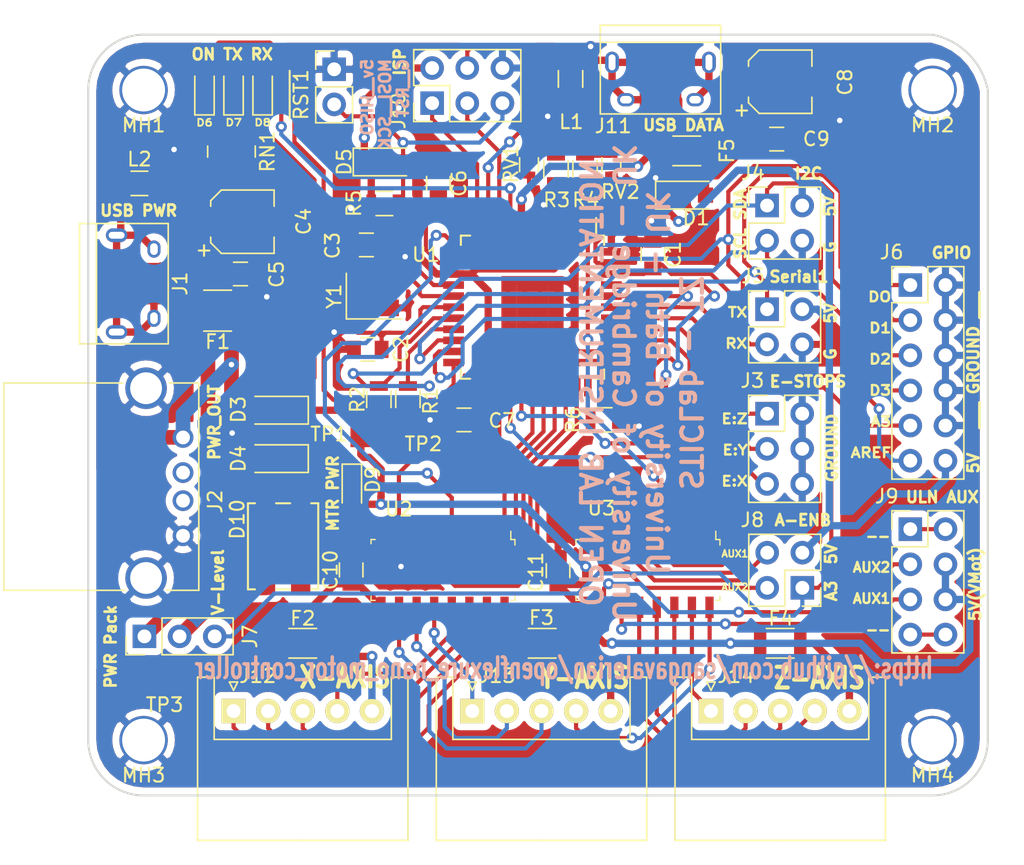
<source format=kicad_pcb>
(kicad_pcb (version 20171130) (host pcbnew 5.1.5-52549c5~84~ubuntu18.04.1)
  (title_block (title sangaboard_v0.3) (date 2018-08-17) (rev 0.3) (company "OPEN LAB INSTRUMENTATION"))
  (layers (0 F.Cu signal) (31 B.Cu signal) (34 B.Paste user) (35 F.Paste user) (36 B.SilkS user) (37 F.SilkS user) (38 B.Mask user) (39 F.Mask user) (44 Edge.Cuts user))
  (net 0 "")
  (net 1 AREF)
  (net 2 GND)
  (net 3 "Net-(C2-Pad1)")
  (net 4 "Net-(C3-Pad1)")
  (net 5 "Net-(C6-Pad2)")
  (net 6 VCC)
  (net 7 VBUS)
  (net 8 MOT_PWR)
  (net 9 PWR_OUT)
  (net 10 ~RST)
  (net 11 "Net-(D6-Pad1)")
  (net 12 "Net-(D7-Pad1)")
  (net 13 TX_LED)
  (net 14 RX_LED)
  (net 15 "Net-(D8-Pad1)")
  (net 16 "Net-(D9-Pad1)")
  (net 17 "Net-(D10-Pad1)")
  (net 18 "Net-(D10-Pad4)")
  (net 19 "Net-(D10-Pad3)")
  (net 20 "Net-(F2-Pad1)")
  (net 21 "Net-(F3-Pad1)")
  (net 22 "Net-(F4-Pad1)")
  (net 23 "Net-(F5-Pad2)")
  (net 24 "Net-(J1-Pad2)")
  (net 25 "Net-(J1-Pad3)")
  (net 26 "Net-(J1-Pad4)")
  (net 27 "Net-(J1-Pad5)")
  (net 28 "Net-(J2-Pad2)")
  (net 29 "Net-(J2-Pad3)")
  (net 30 A2)
  (net 31 A1)
  (net 32 A0)
  (net 33 D2)
  (net 34 D3)
  (net 35 D0)
  (net 36 D1)
  (net 37 A3)
  (net 38 "Net-(J8-Pad4)")
  (net 39 "Net-(J8-Pad2)")
  (net 40 "Net-(J9-Pad7)")
  (net 41 AUX_2)
  (net 42 AUX_1)
  (net 43 "Net-(J9-Pad1)")
  (net 44 MOSI)
  (net 45 SCK)
  (net 46 MISO)
  (net 47 "Net-(J11-Pad5)")
  (net 48 "Net-(J11-Pad4)")
  (net 49 D+)
  (net 50 D-)
  (net 51 X_COIL4)
  (net 52 X_COIL3)
  (net 53 X_COIL2)
  (net 54 X_COIL1)
  (net 55 Y_COIL4)
  (net 56 Y_COIL3)
  (net 57 Y_COIL2)
  (net 58 Y_COIL1)
  (net 59 Z_COIL1)
  (net 60 Z_COIL2)
  (net 61 Z_COIL3)
  (net 62 Z_COIL4)
  (net 63 "Net-(R3-Pad1)")
  (net 64 "Net-(R4-Pad1)")
  (net 65 "Net-(R6-Pad1)")
  (net 66 D8_A8)
  (net 67 D9_A9)
  (net 68 D10_A10)
  (net 69 D11)
  (net 70 D5)
  (net 71 D13)
  (net 72 D4_A6)
  (net 73 A4)
  (net 74 A5)
  (net 75 D7)
  (net 76 D6_A7)
  (net 77 D12_A11)
  (module LEDs:LED_0805 (layer F.Cu) (at 112.6 49 90)
    (fp_text reference D8 (at -2.35 0 180) (layer F.SilkS) (effects (font (size 0.5 0.6) (thickness 0.125))))
    (fp_text value YELLOW)
    (pad 1 smd rect (at -1.1 0 270) (size 1.2 1.2) (layers F.Cu F.Paste F.Mask) (net 15 "Net-(D8-Pad1)"))
    (pad 2 smd rect (at 1.1 0 270) (size 1.2 1.2) (layers F.Cu F.Paste F.Mask) (net 14 RX_LED))
  )
  (module Capacitors_SMD:CP_Elec_4x5.7 (layer F.Cu) (at 111.14 58.52)
    (fp_text reference C4 (at 4.43 -0.01 90) (layer F.SilkS))
    (fp_text value 10uF)
    (fp_text user + (at -2.77 2.01) (layer F.SilkS))
    (pad 2 smd rect (at 1.8 0 180) (size 2.6 1.6) (layers F.Cu F.Paste F.Mask) (net 2 GND))
    (pad 1 smd rect (at -1.8 0 180) (size 2.6 1.6) (layers F.Cu F.Paste F.Mask) (net 9 PWR_OUT))
  )
  (module Capacitors_SMD:CP_Elec_4x5.8 (layer F.Cu) (at 150 48.4)
    (fp_text reference C8 (at 4.69 0.03 90) (layer F.SilkS))
    (fp_text value 10uF)
    (fp_text user + (at -2.78 2.01) (layer F.SilkS))
    (pad 2 smd rect (at 1.8 0 180) (size 2.6 1.6) (layers F.Cu F.Paste F.Mask) (net 2 GND))
    (pad 1 smd rect (at -1.8 0 180) (size 2.6 1.6) (layers F.Cu F.Paste F.Mask) (net 7 VBUS))
  )
  (module Diodes_SMD:D_SOD-123F (layer F.Cu) (at 143.2 56.6)
    (fp_text reference D1 (at 0.72 1.66 180) (layer F.SilkS))
    (fp_text value DW2W31900L)
    (pad 1 smd rect (at -1.4 0) (size 1.1 1.1) (layers F.Cu F.Paste F.Mask) (net 6 VCC))
    (pad 2 smd rect (at 1.4 0) (size 1.1 1.1) (layers F.Cu F.Paste F.Mask) (net 7 VBUS))
  )
  (module Diodes_SMD:D_SOD-123F (layer F.Cu) (at 113.7 72.15 180)
    (fp_text reference D3 (at 2.85 0.05 90) (layer F.SilkS))
    (fp_text value DW2W31900L)
    (pad 2 smd rect (at 1.4 0 180) (size 1.1 1.1) (layers F.Cu F.Paste F.Mask) (net 9 PWR_OUT))
    (pad 1 smd rect (at -1.4 0 180) (size 1.1 1.1) (layers F.Cu F.Paste F.Mask) (net 6 VCC))
  )
  (module Diodes_SMD:D_SOD-123F (layer F.Cu) (at 113.7 75.65 180)
    (fp_text reference D4 (at 2.85 0 270) (layer F.SilkS))
    (fp_text value DW2W31900L)
    (pad 2 smd rect (at 1.4 0 180) (size 1.1 1.1) (layers F.Cu F.Paste F.Mask) (net 9 PWR_OUT))
    (pad 1 smd rect (at -1.4 0 180) (size 1.1 1.1) (layers F.Cu F.Paste F.Mask) (net 8 MOT_PWR))
  )
  (module Diodes_SMD:D_SOD-123F (layer F.Cu) (at 121.35 54.2)
    (fp_text reference D5 (at -2.85 0 90) (layer F.SilkS))
    (fp_text value CD1206-SO1575)
    (pad 1 smd rect (at -1.4 0) (size 1.1 1.1) (layers F.Cu F.Paste F.Mask) (net 6 VCC))
    (pad 2 smd rect (at 1.4 0) (size 1.1 1.1) (layers F.Cu F.Paste F.Mask) (net 10 ~RST))
  )
  (module custom_Library:CD-HD2004 (layer F.Cu) (at 114.08 81.925)
    (fp_text reference D10 (at -3.31 -1.885 90) (layer F.SilkS))
    (fp_text value CD_HD2004)
    (pad 2 smd rect (at -1.27 -3.075) (size 1.4 1) (layers F.Cu F.Paste F.Mask) (net 2 GND))
    (pad 1 smd rect (at 1.27 -3.075) (size 1.4 1) (layers F.Cu F.Paste F.Mask) (net 17 "Net-(D10-Pad1)"))
    (pad 4 smd rect (at 1.27 3.075) (size 1.4 1) (layers F.Cu F.Paste F.Mask) (net 18 "Net-(D10-Pad4)"))
    (pad 3 smd rect (at -1.27 3.075) (size 1.4 1) (layers F.Cu F.Paste F.Mask) (net 19 "Net-(D10-Pad3)"))
  )
  (module Connectors_JST:JST_XH_S05B-XH-A_05x2.50mm_Angled (layer F.Cu) (at 110.5 93.9)
    (fp_text reference J12 (at 1.75 -2.55) (layer F.SilkS))
    (fp_text value X_AXIS)
    (pad 5 thru_hole circle (at 10 0) (size 1.75 1.75) (drill 1) (layers *.Cu *.Mask F.SilkS) (net 20 "Net-(F2-Pad1)"))
    (pad 4 thru_hole circle (at 7.5 0) (size 1.75 1.75) (drill 1) (layers *.Cu *.Mask F.SilkS) (net 51 X_COIL4))
    (pad 3 thru_hole circle (at 5 0) (size 1.75 1.75) (drill 1) (layers *.Cu *.Mask F.SilkS) (net 52 X_COIL3))
    (pad 2 thru_hole circle (at 2.5 0) (size 1.75 1.75) (drill 1) (layers *.Cu *.Mask F.SilkS) (net 53 X_COIL2))
    (pad 1 thru_hole rect (at 0 0) (size 1.75 1.75) (drill 1) (layers *.Cu *.Mask F.SilkS) (net 54 X_COIL1))
  )
  (module Connectors_JST:JST_XH_S05B-XH-A_05x2.50mm_Angled (layer F.Cu) (at 127.75 93.9)
    (fp_text reference J13 (at 1.8 -2.55) (layer F.SilkS))
    (fp_text value Y_AXIS)
    (pad 5 thru_hole circle (at 10 0) (size 1.75 1.75) (drill 1) (layers *.Cu *.Mask F.SilkS) (net 21 "Net-(F3-Pad1)"))
    (pad 4 thru_hole circle (at 7.5 0) (size 1.75 1.75) (drill 1) (layers *.Cu *.Mask F.SilkS) (net 55 Y_COIL4))
    (pad 3 thru_hole circle (at 5 0) (size 1.75 1.75) (drill 1) (layers *.Cu *.Mask F.SilkS) (net 56 Y_COIL3))
    (pad 2 thru_hole circle (at 2.5 0) (size 1.75 1.75) (drill 1) (layers *.Cu *.Mask F.SilkS) (net 57 Y_COIL2))
    (pad 1 thru_hole rect (at 0 0) (size 1.75 1.75) (drill 1) (layers *.Cu *.Mask F.SilkS) (net 58 Y_COIL1))
  )
  (module Connectors_JST:JST_XH_S05B-XH-A_05x2.50mm_Angled (layer F.Cu) (at 145 93.9)
    (fp_text reference J14 (at 1.8 -2.55) (layer F.SilkS))
    (fp_text value Z_AXIS)
    (pad 1 thru_hole rect (at 0 0) (size 1.75 1.75) (drill 1) (layers *.Cu *.Mask F.SilkS) (net 59 Z_COIL1))
    (pad 2 thru_hole circle (at 2.5 0) (size 1.75 1.75) (drill 1) (layers *.Cu *.Mask F.SilkS) (net 60 Z_COIL2))
    (pad 3 thru_hole circle (at 5 0) (size 1.75 1.75) (drill 1) (layers *.Cu *.Mask F.SilkS) (net 61 Z_COIL3))
    (pad 4 thru_hole circle (at 7.5 0) (size 1.75 1.75) (drill 1) (layers *.Cu *.Mask F.SilkS) (net 62 Z_COIL4))
    (pad 5 thru_hole circle (at 10 0) (size 1.75 1.75) (drill 1) (layers *.Cu *.Mask F.SilkS) (net 22 "Net-(F4-Pad1)"))
  )
  (module Resistors_SMD:R_0805_HandSoldering (layer F.Cu) (at 134.85 48.2 270)
    (fp_text reference L1 (at 3.1 -0.05) (layer F.SilkS))
    (fp_text value Ferrite_Bead)
    (pad 2 smd rect (at 1.35 0 270) (size 1.5 1.3) (layers F.Cu F.Paste F.Mask) (net 2 GND))
    (pad 1 smd rect (at -1.35 0 270) (size 1.5 1.3) (layers F.Cu F.Paste F.Mask) (net 47 "Net-(J11-Pad5)"))
  )
  (module Resistors_SMD:R_0805_HandSoldering (layer F.Cu) (at 103.7 55.75 180)
    (fp_text reference L2 (at 0 1.75 180) (layer F.SilkS))
    (fp_text value Ferrite_Bead)
    (pad 1 smd rect (at -1.35 0 180) (size 1.5 1.3) (layers F.Cu F.Paste F.Mask) (net 2 GND))
    (pad 2 smd rect (at 1.35 0 180) (size 1.5 1.3) (layers F.Cu F.Paste F.Mask) (net 27 "Net-(J1-Pad5)"))
  )
  (module digikey-footprints:SOIC-16_W3.90mm (layer F.Cu) (at 125.635 83.7 180)
    (fp_text reference U2 (at 3.195 4.39 180) (layer F.SilkS))
    (fp_text value ULN2003A)
    (pad 1 smd rect (at -4.445 2.7 180) (size 0.6 1.55) (layers F.Cu F.Paste F.Mask) (net 66 D8_A8))
    (pad 2 smd rect (at -3.175 2.7 180) (size 0.6 1.55) (layers F.Cu F.Paste F.Mask) (net 67 D9_A9))
    (pad 3 smd rect (at -1.905 2.7 180) (size 0.6 1.55) (layers F.Cu F.Paste F.Mask) (net 68 D10_A10))
    (pad 4 smd rect (at -0.635 2.7 180) (size 0.6 1.55) (layers F.Cu F.Paste F.Mask) (net 69 D11))
    (pad 5 smd rect (at 0.635 2.7 180) (size 0.6 1.55) (layers F.Cu F.Paste F.Mask) (net 70 D5))
    (pad 6 smd rect (at 1.905 2.7 180) (size 0.6 1.55) (layers F.Cu F.Paste F.Mask) (net 71 D13))
    (pad 7 smd rect (at 3.175 2.7 180) (size 0.6 1.55) (layers F.Cu F.Paste F.Mask) (net 72 D4_A6))
    (pad 8 smd rect (at 4.445 2.7 180) (size 0.6 1.55) (layers F.Cu F.Paste F.Mask) (net 2 GND))
    (pad 9 smd rect (at 4.445 -2.7 180) (size 0.6 1.55) (layers F.Cu F.Paste F.Mask) (net 8 MOT_PWR))
    (pad 10 smd rect (at 3.175 -2.7 180) (size 0.6 1.55) (layers F.Cu F.Paste F.Mask) (net 56 Y_COIL3))
    (pad 11 smd rect (at 1.905 -2.7 180) (size 0.6 1.55) (layers F.Cu F.Paste F.Mask) (net 57 Y_COIL2))
    (pad 12 smd rect (at 0.635 -2.7 180) (size 0.6 1.55) (layers F.Cu F.Paste F.Mask) (net 58 Y_COIL1))
    (pad 13 smd rect (at -0.635 -2.7 180) (size 0.6 1.55) (layers F.Cu F.Paste F.Mask) (net 51 X_COIL4))
    (pad 14 smd rect (at -1.905 -2.7 180) (size 0.6 1.55) (layers F.Cu F.Paste F.Mask) (net 52 X_COIL3))
    (pad 15 smd rect (at -3.175 -2.7 180) (size 0.6 1.55) (layers F.Cu F.Paste F.Mask) (net 53 X_COIL2))
    (pad 16 smd rect (at -4.445 -2.7 180) (size 0.6 1.55) (layers F.Cu F.Paste F.Mask) (net 54 X_COIL1))
  )
  (module digikey-footprints:SOIC-16_W3.90mm (layer F.Cu) (at 140.445 83.7 180)
    (fp_text reference U3 (at 3.365 4.46 180) (layer F.SilkS))
    (fp_text value ULN2003A)
    (pad 16 smd rect (at -4.445 -2.7 180) (size 0.6 1.55) (layers F.Cu F.Paste F.Mask) (net 55 Y_COIL4))
    (pad 15 smd rect (at -3.175 -2.7 180) (size 0.6 1.55) (layers F.Cu F.Paste F.Mask) (net 59 Z_COIL1))
    (pad 14 smd rect (at -1.905 -2.7 180) (size 0.6 1.55) (layers F.Cu F.Paste F.Mask) (net 60 Z_COIL2))
    (pad 13 smd rect (at -0.635 -2.7 180) (size 0.6 1.55) (layers F.Cu F.Paste F.Mask) (net 61 Z_COIL3))
    (pad 12 smd rect (at 0.635 -2.7 180) (size 0.6 1.55) (layers F.Cu F.Paste F.Mask) (net 62 Z_COIL4))
    (pad 11 smd rect (at 1.905 -2.7 180) (size 0.6 1.55) (layers F.Cu F.Paste F.Mask) (net 42 AUX_1))
    (pad 10 smd rect (at 3.175 -2.7 180) (size 0.6 1.55) (layers F.Cu F.Paste F.Mask) (net 41 AUX_2))
    (pad 9 smd rect (at 4.445 -2.7 180) (size 0.6 1.55) (layers F.Cu F.Paste F.Mask) (net 8 MOT_PWR))
    (pad 8 smd rect (at 4.445 2.7 180) (size 0.6 1.55) (layers F.Cu F.Paste F.Mask) (net 2 GND))
    (pad 7 smd rect (at 3.175 2.7 180) (size 0.6 1.55) (layers F.Cu F.Paste F.Mask) (net 39 "Net-(J8-Pad2)"))
    (pad 6 smd rect (at 1.905 2.7 180) (size 0.6 1.55) (layers F.Cu F.Paste F.Mask) (net 38 "Net-(J8-Pad4)"))
    (pad 5 smd rect (at 0.635 2.7 180) (size 0.6 1.55) (layers F.Cu F.Paste F.Mask) (net 73 A4))
    (pad 4 smd rect (at -0.635 2.7 180) (size 0.6 1.55) (layers F.Cu F.Paste F.Mask) (net 74 A5))
    (pad 3 smd rect (at -1.905 2.7 180) (size 0.6 1.55) (layers F.Cu F.Paste F.Mask) (net 75 D7))
    (pad 2 smd rect (at -3.175 2.7 180) (size 0.6 1.55) (layers F.Cu F.Paste F.Mask) (net 76 D6_A7))
    (pad 1 smd rect (at -4.445 2.7 180) (size 0.6 1.55) (layers F.Cu F.Paste F.Mask) (net 77 D12_A11))
  )
  (module Resistors_SMD:R_Array_Concave_4x0603 (layer F.Cu) (at 110.35 53.45 270)
    (fp_text reference RN1 (at 0 -2.6 270) (layer F.SilkS))
    (fp_text value 1K)
    (pad 5 smd rect (at 0.85 1.2 270) (size 0.9 0.4) (layers F.Cu F.Paste F.Mask) (net 2 GND))
    (pad 6 smd rect (at 0.85 0.4 270) (size 0.9 0.4) (layers F.Cu F.Paste F.Mask) (net 2 GND))
    (pad 7 smd rect (at 0.85 -0.4 270) (size 0.9 0.4) (layers F.Cu F.Paste F.Mask) (net 2 GND))
    (pad 8 smd rect (at 0.85 -1.2 270) (size 0.9 0.4) (layers F.Cu F.Paste F.Mask) (net 2 GND))
    (pad 4 smd rect (at -0.85 1.2 270) (size 0.9 0.4) (layers F.Cu F.Paste F.Mask) (net 11 "Net-(D6-Pad1)"))
    (pad 1 smd rect (at -0.85 -1.2 270) (size 0.9 0.4) (layers F.Cu F.Paste F.Mask) (net 16 "Net-(D9-Pad1)"))
    (pad 3 smd rect (at -0.85 0.4 270) (size 0.9 0.4) (layers F.Cu F.Paste F.Mask) (net 12 "Net-(D7-Pad1)"))
    (pad 2 smd rect (at -0.85 -0.4 270) (size 0.9 0.4) (layers F.Cu F.Paste F.Mask) (net 15 "Net-(D8-Pad1)"))
  )
  (module Housings_QFP:TQFP-44-1EP_10x10mm_Pitch0.8mm (layer F.Cu) (at 132.1 64.7 270)
    (fp_text reference U1 (at -3.8 7.7) (layer F.SilkS))
    (fp_text value ATmega32U4-MU)
    (pad 45 smd rect (at -1.6875 -1.6875 270) (size 1.125 1.125) (layers F.Cu F.Paste F.Mask) (net 2 GND))
    (pad 45 smd rect (at -1.6875 -0.5625 270) (size 1.125 1.125) (layers F.Cu F.Paste F.Mask) (net 2 GND))
    (pad 45 smd rect (at -1.6875 0.5625 270) (size 1.125 1.125) (layers F.Cu F.Paste F.Mask) (net 2 GND))
    (pad 45 smd rect (at -1.6875 1.6875 270) (size 1.125 1.125) (layers F.Cu F.Paste F.Mask) (net 2 GND))
    (pad 45 smd rect (at -0.5625 -1.6875 270) (size 1.125 1.125) (layers F.Cu F.Paste F.Mask) (net 2 GND))
    (pad 45 smd rect (at -0.5625 -0.5625 270) (size 1.125 1.125) (layers F.Cu F.Paste F.Mask) (net 2 GND))
    (pad 45 smd rect (at -0.5625 0.5625 270) (size 1.125 1.125) (layers F.Cu F.Paste F.Mask) (net 2 GND))
    (pad 45 smd rect (at -0.5625 1.6875 270) (size 1.125 1.125) (layers F.Cu F.Paste F.Mask) (net 2 GND))
    (pad 45 smd rect (at 0.5625 -1.6875 270) (size 1.125 1.125) (layers F.Cu F.Paste F.Mask) (net 2 GND))
    (pad 45 smd rect (at 0.5625 -0.5625 270) (size 1.125 1.125) (layers F.Cu F.Paste F.Mask) (net 2 GND))
    (pad 45 smd rect (at 0.5625 0.5625 270) (size 1.125 1.125) (layers F.Cu F.Paste F.Mask) (net 2 GND))
    (pad 45 smd rect (at 0.5625 1.6875 270) (size 1.125 1.125) (layers F.Cu F.Paste F.Mask) (net 2 GND))
    (pad 45 smd rect (at 1.6875 -1.6875 270) (size 1.125 1.125) (layers F.Cu F.Paste F.Mask) (net 2 GND))
    (pad 45 smd rect (at 1.6875 -0.5625 270) (size 1.125 1.125) (layers F.Cu F.Paste F.Mask) (net 2 GND))
    (pad 45 smd rect (at 1.6875 0.5625 270) (size 1.125 1.125) (layers F.Cu F.Paste F.Mask) (net 2 GND))
    (pad 45 smd rect (at 1.6875 1.6875 270) (size 1.125 1.125) (layers F.Cu F.Paste F.Mask) (net 2 GND))
    (pad 44 smd rect (at -4 -5.7) (size 1.5 0.55) (layers F.Cu F.Paste F.Mask) (net 6 VCC))
    (pad 43 smd rect (at -3.2 -5.7) (size 1.5 0.55) (layers F.Cu F.Paste F.Mask) (net 2 GND))
    (pad 42 smd rect (at -2.4 -5.7) (size 1.5 0.55) (layers F.Cu F.Paste F.Mask) (net 1 AREF))
    (pad 41 smd rect (at -1.6 -5.7) (size 1.5 0.55) (layers F.Cu F.Paste F.Mask) (net 74 A5))
    (pad 40 smd rect (at -0.8 -5.7) (size 1.5 0.55) (layers F.Cu F.Paste F.Mask) (net 73 A4))
    (pad 39 smd rect (at 0 -5.7) (size 1.5 0.55) (layers F.Cu F.Paste F.Mask) (net 37 A3))
    (pad 38 smd rect (at 0.8 -5.7) (size 1.5 0.55) (layers F.Cu F.Paste F.Mask) (net 30 A2))
    (pad 37 smd rect (at 1.6 -5.7) (size 1.5 0.55) (layers F.Cu F.Paste F.Mask) (net 31 A1))
    (pad 36 smd rect (at 2.4 -5.7) (size 1.5 0.55) (layers F.Cu F.Paste F.Mask) (net 32 A0))
    (pad 35 smd rect (at 3.2 -5.7) (size 1.5 0.55) (layers F.Cu F.Paste F.Mask) (net 2 GND))
    (pad 34 smd rect (at 4 -5.7) (size 1.5 0.55) (layers F.Cu F.Paste F.Mask) (net 6 VCC))
    (pad 33 smd rect (at 5.7 -4 270) (size 1.5 0.55) (layers F.Cu F.Paste F.Mask) (net 65 "Net-(R6-Pad1)"))
    (pad 32 smd rect (at 5.7 -3.2 270) (size 1.5 0.55) (layers F.Cu F.Paste F.Mask) (net 71 D13))
    (pad 31 smd rect (at 5.7 -2.4 270) (size 1.5 0.55) (layers F.Cu F.Paste F.Mask) (net 70 D5))
    (pad 30 smd rect (at 5.7 -1.6 270) (size 1.5 0.55) (layers F.Cu F.Paste F.Mask) (net 68 D10_A10))
    (pad 29 smd rect (at 5.7 -0.8 270) (size 1.5 0.55) (layers F.Cu F.Paste F.Mask) (net 67 D9_A9))
    (pad 28 smd rect (at 5.7 0 270) (size 1.5 0.55) (layers F.Cu F.Paste F.Mask) (net 66 D8_A8))
    (pad 27 smd rect (at 5.7 0.8 270) (size 1.5 0.55) (layers F.Cu F.Paste F.Mask) (net 76 D6_A7))
    (pad 26 smd rect (at 5.7 1.6 270) (size 1.5 0.55) (layers F.Cu F.Paste F.Mask) (net 77 D12_A11))
    (pad 25 smd rect (at 5.7 2.4 270) (size 1.5 0.55) (layers F.Cu F.Paste F.Mask) (net 72 D4_A6))
    (pad 24 smd rect (at 5.7 3.2 270) (size 1.5 0.55) (layers F.Cu F.Paste F.Mask) (net 6 VCC))
    (pad 23 smd rect (at 5.7 4 270) (size 1.5 0.55) (layers F.Cu F.Paste F.Mask) (net 2 GND))
    (pad 22 smd rect (at 4 5.7) (size 1.5 0.55) (layers F.Cu F.Paste F.Mask) (net 13 TX_LED))
    (pad 21 smd rect (at 3.2 5.7) (size 1.5 0.55) (layers F.Cu F.Paste F.Mask) (net 36 D1))
    (pad 20 smd rect (at 2.4 5.7) (size 1.5 0.55) (layers F.Cu F.Paste F.Mask) (net 35 D0))
    (pad 19 smd rect (at 1.6 5.7) (size 1.5 0.55) (layers F.Cu F.Paste F.Mask) (net 33 D2))
    (pad 18 smd rect (at 0.8 5.7) (size 1.5 0.55) (layers F.Cu F.Paste F.Mask) (net 34 D3))
    (pad 17 smd rect (at 0 5.7) (size 1.5 0.55) (layers F.Cu F.Paste F.Mask) (net 3 "Net-(C2-Pad1)"))
    (pad 16 smd rect (at -0.8 5.7) (size 1.5 0.55) (layers F.Cu F.Paste F.Mask) (net 4 "Net-(C3-Pad1)"))
    (pad 15 smd rect (at -1.6 5.7) (size 1.5 0.55) (layers F.Cu F.Paste F.Mask) (net 2 GND))
    (pad 14 smd rect (at -2.4 5.7) (size 1.5 0.55) (layers F.Cu F.Paste F.Mask) (net 6 VCC))
    (pad 13 smd rect (at -3.2 5.7) (size 1.5 0.55) (layers F.Cu F.Paste F.Mask) (net 10 ~RST))
    (pad 12 smd rect (at -4 5.7) (size 1.5 0.55) (layers F.Cu F.Paste F.Mask) (net 69 D11))
    (pad 11 smd rect (at -5.7 4 270) (size 1.5 0.55) (layers F.Cu F.Paste F.Mask) (net 46 MISO))
    (pad 10 smd rect (at -5.7 3.2 270) (size 1.5 0.55) (layers F.Cu F.Paste F.Mask) (net 44 MOSI))
    (pad 9 smd rect (at -5.7 2.4 270) (size 1.5 0.55) (layers F.Cu F.Paste F.Mask) (net 45 SCK))
    (pad 8 smd rect (at -5.7 1.6 270) (size 1.5 0.55) (layers F.Cu F.Paste F.Mask) (net 14 RX_LED))
    (pad 7 smd rect (at -5.7 0.8 270) (size 1.5 0.55) (layers F.Cu F.Paste F.Mask) (net 7 VBUS))
    (pad 6 smd rect (at -5.7 0 270) (size 1.5 0.55) (layers F.Cu F.Paste F.Mask) (net 5 "Net-(C6-Pad2)"))
    (pad 5 smd rect (at -5.7 -0.8 270) (size 1.5 0.55) (layers F.Cu F.Paste F.Mask) (net 2 GND))
    (pad 4 smd rect (at -5.7 -1.6 270) (size 1.5 0.55) (layers F.Cu F.Paste F.Mask) (net 63 "Net-(R3-Pad1)"))
    (pad 3 smd rect (at -5.7 -2.4 270) (size 1.5 0.55) (layers F.Cu F.Paste F.Mask) (net 64 "Net-(R4-Pad1)"))
    (pad 2 smd rect (at -5.7 -3.2 270) (size 1.5 0.55) (layers F.Cu F.Paste F.Mask) (net 6 VCC))
    (pad 1 smd rect (at -5.7 -4 270) (size 1.5 0.55) (layers F.Cu F.Paste F.Mask) (net 75 D7))
  )
  (module Capacitors_SMD:C_0805 (layer F.Cu) (at 120.2 67.75 180)
    (fp_text reference C2 (at -2.4 0 270) (layer F.SilkS))
    (fp_text value 22pF)
    (pad 2 smd rect (at 1 0 180) (size 1 1.25) (layers F.Cu F.Paste F.Mask) (net 2 GND))
    (pad 1 smd rect (at -1 0 180) (size 1 1.25) (layers F.Cu F.Paste F.Mask) (net 3 "Net-(C2-Pad1)"))
  )
  (module Capacitors_SMD:C_0805 (layer F.Cu) (at 120.1 60.2 180)
    (fp_text reference C3 (at 2.45 -0.05 270) (layer F.SilkS))
    (fp_text value 22pF)
    (pad 1 smd rect (at -1 0 180) (size 1 1.25) (layers F.Cu F.Paste F.Mask) (net 4 "Net-(C3-Pad1)"))
    (pad 2 smd rect (at 1 0 180) (size 1 1.25) (layers F.Cu F.Paste F.Mask) (net 2 GND))
  )
  (module Capacitors_SMD:C_0805 (layer F.Cu) (at 125.3 55.75 270)
    (fp_text reference C6 (at 0 -1.5 270) (layer F.SilkS))
    (fp_text value 1uF)
    (pad 2 smd rect (at 1 0 270) (size 1 1.25) (layers F.Cu F.Paste F.Mask) (net 5 "Net-(C6-Pad2)"))
    (pad 1 smd rect (at -1 0 270) (size 1 1.25) (layers F.Cu F.Paste F.Mask) (net 2 GND))
  )
  (module Capacitors_SMD:C_0805 (layer F.Cu) (at 127.15 72.85)
    (fp_text reference C7 (at 2.74 0.05) (layer F.SilkS))
    (fp_text value 1uF)
    (pad 1 smd rect (at -1 0) (size 1 1.25) (layers F.Cu F.Paste F.Mask) (net 2 GND))
    (pad 2 smd rect (at 1 0) (size 1 1.25) (layers F.Cu F.Paste F.Mask) (net 6 VCC))
  )
  (module Capacitors_SMD:C_0805 (layer F.Cu) (at 119 83.7 90)
    (fp_text reference C10 (at 0 -1.5 90) (layer F.SilkS))
    (fp_text value 1uF)
    (pad 2 smd rect (at 1 0 90) (size 1 1.25) (layers F.Cu F.Paste F.Mask) (net 2 GND))
    (pad 1 smd rect (at -1 0 90) (size 1 1.25) (layers F.Cu F.Paste F.Mask) (net 8 MOT_PWR))
  )
  (module Capacitors_SMD:C_0805 (layer F.Cu) (at 133.95 83.75 90)
    (fp_text reference C11 (at -0.1 -1.6 90) (layer F.SilkS))
    (fp_text value 1uF)
    (pad 1 smd rect (at -1 0 90) (size 1 1.25) (layers F.Cu F.Paste F.Mask) (net 8 MOT_PWR))
    (pad 2 smd rect (at 1 0 90) (size 1 1.25) (layers F.Cu F.Paste F.Mask) (net 2 GND))
  )
  (module Resistors_SMD:R_1206 (layer F.Cu) (at 115.5 89 180)
    (fp_text reference F2 (at 0 1.8 180) (layer F.SilkS))
    (fp_text value 0A35_0A7_Polyfuse)
    (pad 2 smd rect (at 1.45 0 180) (size 0.9 1.7) (layers F.Cu F.Paste F.Mask) (net 8 MOT_PWR))
    (pad 1 smd rect (at -1.45 0 180) (size 0.9 1.7) (layers F.Cu F.Paste F.Mask) (net 20 "Net-(F2-Pad1)"))
  )
  (module Resistors_SMD:R_1206 (layer F.Cu) (at 132.8 89 180)
    (fp_text reference F3 (at 0.05 1.85 180) (layer F.SilkS))
    (fp_text value 0A35_0A7_Polyfuse)
    (pad 2 smd rect (at 1.45 0 180) (size 0.9 1.7) (layers F.Cu F.Paste F.Mask) (net 8 MOT_PWR))
    (pad 1 smd rect (at -1.45 0 180) (size 0.9 1.7) (layers F.Cu F.Paste F.Mask) (net 21 "Net-(F3-Pad1)"))
  )
  (module Resistors_SMD:R_1206 (layer F.Cu) (at 150 89 180)
    (fp_text reference F4 (at -0.05 1.8 180) (layer F.SilkS))
    (fp_text value 0A35_0A7_Polyfuse)
    (pad 1 smd rect (at -1.45 0 180) (size 0.9 1.7) (layers F.Cu F.Paste F.Mask) (net 22 "Net-(F4-Pad1)"))
    (pad 2 smd rect (at 1.45 0 180) (size 0.9 1.7) (layers F.Cu F.Paste F.Mask) (net 8 MOT_PWR))
  )
  (module Resistors_SMD:R_1206 (layer F.Cu) (at 143.25 53.4)
    (fp_text reference F5 (at 2.9 0 90) (layer F.SilkS))
    (fp_text value 0A5_1A_Polyfuse)
    (pad 2 smd rect (at 1.45 0) (size 0.9 1.7) (layers F.Cu F.Paste F.Mask) (net 23 "Net-(F5-Pad2)"))
    (pad 1 smd rect (at -1.45 0) (size 0.9 1.7) (layers F.Cu F.Paste F.Mask) (net 7 VBUS))
  )
  (module Resistors_SMD:R_0805 (layer F.Cu) (at 123.1 71.35 90)
    (fp_text reference R1 (at -0.14 1.64 90) (layer F.SilkS))
    (fp_text value 10K)
    (pad 1 smd rect (at -0.95 0 90) (size 0.7 1.3) (layers F.Cu F.Paste F.Mask) (net 6 VCC))
    (pad 2 smd rect (at 0.95 0 90) (size 0.7 1.3) (layers F.Cu F.Paste F.Mask) (net 33 D2))
  )
  (module Resistors_SMD:R_0805 (layer F.Cu) (at 121 71.35 90)
    (fp_text reference R2 (at -0.02 -1.55 90) (layer F.SilkS))
    (fp_text value 10K)
    (pad 1 smd rect (at -0.95 0 90) (size 0.7 1.3) (layers F.Cu F.Paste F.Mask) (net 6 VCC))
    (pad 2 smd rect (at 0.95 0 90) (size 0.7 1.3) (layers F.Cu F.Paste F.Mask) (net 34 D3))
  )
  (module Resistors_SMD:R_0805 (layer F.Cu) (at 133.8 54.7 90)
    (fp_text reference R3 (at -2.25 0.05 180) (layer F.SilkS))
    (fp_text value 22)
    (pad 1 smd rect (at -0.95 0 90) (size 0.7 1.3) (layers F.Cu F.Paste F.Mask) (net 63 "Net-(R3-Pad1)"))
    (pad 2 smd rect (at 0.95 0 90) (size 0.7 1.3) (layers F.Cu F.Paste F.Mask) (net 49 D+))
  )
  (module Resistors_SMD:R_0805 (layer F.Cu) (at 135.9 54.7 90)
    (fp_text reference R4 (at -2.25 0.05 180) (layer F.SilkS))
    (fp_text value 22)
    (pad 2 smd rect (at 0.95 0 90) (size 0.7 1.3) (layers F.Cu F.Paste F.Mask) (net 50 D-))
    (pad 1 smd rect (at -0.95 0 90) (size 0.7 1.3) (layers F.Cu F.Paste F.Mask) (net 64 "Net-(R4-Pad1)"))
  )
  (module Resistors_SMD:R_0805 (layer F.Cu) (at 121.4 57.2)
    (fp_text reference R5 (at -2.2 0 90) (layer F.SilkS))
    (fp_text value 10K)
    (pad 2 smd rect (at 0.95 0) (size 0.7 1.3) (layers F.Cu F.Paste F.Mask) (net 10 ~RST))
    (pad 1 smd rect (at -0.95 0) (size 0.7 1.3) (layers F.Cu F.Paste F.Mask) (net 6 VCC))
  )
  (module Resistors_SMD:R_0805 (layer F.Cu) (at 137.25 72.85)
    (fp_text reference R6 (at -2.2 0 90) (layer F.SilkS))
    (fp_text value 10K)
    (pad 2 smd rect (at 0.95 0) (size 0.7 1.3) (layers F.Cu F.Paste F.Mask) (net 2 GND))
    (pad 1 smd rect (at -0.95 0) (size 0.7 1.3) (layers F.Cu F.Paste F.Mask) (net 65 "Net-(R6-Pad1)"))
  )
  (module Resistors_SMD:R_0603 (layer F.Cu) (at 131.85 54.4 270)
    (fp_text reference RV1 (at -0.05 1.3 90) (layer F.SilkS))
    (fp_text value Varistor)
    (pad 1 smd rect (at -0.75 0 270) (size 0.5 0.9) (layers F.Cu F.Paste F.Mask) (net 49 D+))
    (pad 2 smd rect (at 0.75 0 270) (size 0.5 0.9) (layers F.Cu F.Paste F.Mask) (net 2 GND))
  )
  (module Resistors_SMD:R_0603 (layer F.Cu) (at 137.8 54.4 270)
    (fp_text reference RV2 (at 1.95 -0.65) (layer F.SilkS))
    (fp_text value Varistor)
    (pad 2 smd rect (at 0.75 0 270) (size 0.5 0.9) (layers F.Cu F.Paste F.Mask) (net 2 GND))
    (pad 1 smd rect (at -0.75 0 270) (size 0.5 0.9) (layers F.Cu F.Paste F.Mask) (net 50 D-))
  )
  (module Measurement_Points:Measurement_Point_Square-SMD-Pad_Small (layer F.Cu) (at 119.7 74.07)
    (fp_text reference TP1 (at -2.3 -0.19 180) (layer F.SilkS))
    (fp_text value TestPoint)
    (pad 1 smd rect (at 0 0) (size 1.5 1.5) (layers F.Cu F.Mask) (net 8 MOT_PWR))
  )
  (module Measurement_Points:Measurement_Point_Square-SMD-Pad_Small (layer F.Cu) (at 121.79 74.07)
    (fp_text reference TP2 (at 2.43 0.52 180) (layer F.SilkS))
    (fp_text value TestPoint)
    (pad 1 smd rect (at 0 0) (size 1.5 1.5) (layers F.Cu F.Mask) (net 6 VCC))
  )
  (module Measurement_Points:Measurement_Point_Square-SMD-Pad_Small (layer F.Cu) (at 105.54 91.66)
    (fp_text reference TP3 (at -0.02 1.79) (layer F.SilkS))
    (fp_text value TestPoint)
    (pad 1 smd rect (at 0 0) (size 1.5 1.5) (layers F.Cu F.Mask) (net 9 PWR_OUT))
  )
  (module LEDs:LED_0805 (layer F.Cu) (at 108.4 49 90)
    (fp_text reference D6 (at -2.36 0 180) (layer F.SilkS) (effects (font (size 0.5 0.6) (thickness 0.125))))
    (fp_text value RED_PWR)
    (pad 1 smd rect (at -1.1 0 270) (size 1.2 1.2) (layers F.Cu F.Paste F.Mask) (net 11 "Net-(D6-Pad1)"))
    (pad 2 smd rect (at 1.1 0 270) (size 1.2 1.2) (layers F.Cu F.Paste F.Mask) (net 6 VCC))
  )
  (module LEDs:LED_0805 (layer F.Cu) (at 110.5 49 90)
    (fp_text reference D7 (at -2.35 0.01 180) (layer F.SilkS) (effects (font (size 0.5 0.6) (thickness 0.125))))
    (fp_text value GREEN)
    (pad 2 smd rect (at 1.1 0 270) (size 1.2 1.2) (layers F.Cu F.Paste F.Mask) (net 13 TX_LED))
    (pad 1 smd rect (at -1.1 0 270) (size 1.2 1.2) (layers F.Cu F.Paste F.Mask) (net 12 "Net-(D7-Pad1)"))
  )
  (module LEDs:LED_0805 (layer F.Cu) (at 119.05 77.85 270)
    (fp_text reference D9 (at -0.68 -1.51 270) (layer F.SilkS))
    (fp_text value BLUE_MTR)
    (pad 2 smd rect (at 1.1 0 90) (size 1.2 1.2) (layers F.Cu F.Paste F.Mask) (net 8 MOT_PWR))
    (pad 1 smd rect (at -1.1 0 90) (size 1.2 1.2) (layers F.Cu F.Paste F.Mask) (net 16 "Net-(D9-Pad1)"))
  )
  (module Connectors:USB_Micro-B (layer F.Cu) (at 103.4 63 270)
    (fp_text reference J1 (at 0 -3.24 270) (layer F.SilkS))
    (fp_text value USB_Supply)
    (pad 1 smd rect (at -1.3 -1.35) (size 1.35 0.4) (layers F.Cu F.Paste F.Mask) (net 17 "Net-(D10-Pad1)"))
    (pad 2 smd rect (at -0.65 -1.35) (size 1.35 0.4) (layers F.Cu F.Paste F.Mask) (net 24 "Net-(J1-Pad2)"))
    (pad 3 smd rect (at 0 -1.35) (size 1.35 0.4) (layers F.Cu F.Paste F.Mask) (net 25 "Net-(J1-Pad3)"))
    (pad 4 smd rect (at 0.65 -1.35) (size 1.35 0.4) (layers F.Cu F.Paste F.Mask) (net 26 "Net-(J1-Pad4)"))
    (pad 5 smd rect (at 1.3 -1.35) (size 1.35 0.4) (layers F.Cu F.Paste F.Mask) (net 27 "Net-(J1-Pad5)"))
    (pad 6 thru_hole oval (at -2.5 -1.35) (size 0.95 1.25) (drill oval 0.55 0.85) (layers *.Cu *.Mask) (net 27 "Net-(J1-Pad5)"))
    (pad 6 thru_hole oval (at 2.5 -1.35) (size 0.95 1.25) (drill oval 0.55 0.85) (layers *.Cu *.Mask) (net 27 "Net-(J1-Pad5)"))
    (pad 6 thru_hole oval (at -3.5 1.35) (size 1.55 1) (drill oval 1.15 0.5) (layers *.Cu *.Mask) (net 27 "Net-(J1-Pad5)"))
    (pad 6 thru_hole oval (at 3.5 1.35) (size 1.55 1) (drill oval 1.15 0.5) (layers *.Cu *.Mask) (net 27 "Net-(J1-Pad5)"))
  )
  (module Connectors:USB_A (layer F.Cu) (at 106.85 74.12 270)
    (fp_text reference J2 (at 4.64 -2.32 270) (layer F.SilkS))
    (fp_text value "USB_POWER OUT")
    (pad 5 thru_hole circle (at -3.56 2.67 180) (size 3 3) (drill 2.3) (layers *.Cu *.Mask) (net 2 GND))
    (pad 5 thru_hole circle (at 10.16 2.67 180) (size 3 3) (drill 2.3) (layers *.Cu *.Mask) (net 2 GND))
    (pad 1 thru_hole circle (at 0 0 180) (size 1.5 1.5) (drill 1) (layers *.Cu *.Mask) (net 9 PWR_OUT))
    (pad 2 thru_hole circle (at 2.54 0 180) (size 1.5 1.5) (drill 1) (layers *.Cu *.Mask) (net 28 "Net-(J2-Pad2)"))
    (pad 3 thru_hole circle (at 4.57 0 180) (size 1.5 1.5) (drill 1) (layers *.Cu *.Mask) (net 29 "Net-(J2-Pad3)"))
    (pad 4 thru_hole circle (at 7.11 0 180) (size 1.5 1.5) (drill 1) (layers *.Cu *.Mask) (net 2 GND))
  )
  (module Pin_Headers:Pin_Header_Straight_2x03_Pitch2.54mm (layer F.Cu) (at 149.05 72.4)
    (fp_text reference J3 (at -1.06 -2.39) (layer F.SilkS))
    (fp_text value END_STOPS)
    (pad 6 thru_hole oval (at 2.54 5.08) (size 1.7 1.7) (drill 1) (layers *.Cu *.Mask) (net 2 GND))
    (pad 5 thru_hole oval (at 0 5.08) (size 1.7 1.7) (drill 1) (layers *.Cu *.Mask) (net 32 A0))
    (pad 4 thru_hole oval (at 2.54 2.54) (size 1.7 1.7) (drill 1) (layers *.Cu *.Mask) (net 2 GND))
    (pad 3 thru_hole oval (at 0 2.54) (size 1.7 1.7) (drill 1) (layers *.Cu *.Mask) (net 31 A1))
    (pad 2 thru_hole oval (at 2.54 0) (size 1.7 1.7) (drill 1) (layers *.Cu *.Mask) (net 2 GND))
    (pad 1 thru_hole rect (at 0 0) (size 1.7 1.7) (drill 1) (layers *.Cu *.Mask) (net 30 A2))
  )
  (module Pin_Headers:Pin_Header_Straight_2x02_Pitch2.54mm (layer F.Cu) (at 149.05 57.35)
    (fp_text reference J4 (at -1.02 -2.38) (layer F.SilkS))
    (fp_text value "I2C Header")
    (pad 4 thru_hole oval (at 2.54 2.54) (size 1.7 1.7) (drill 1) (layers *.Cu *.Mask) (net 2 GND))
    (pad 3 thru_hole oval (at 0 2.54) (size 1.7 1.7) (drill 1) (layers *.Cu *.Mask) (net 34 D3))
    (pad 2 thru_hole oval (at 2.54 0) (size 1.7 1.7) (drill 1) (layers *.Cu *.Mask) (net 6 VCC))
    (pad 1 thru_hole rect (at 0 0) (size 1.7 1.7) (drill 1) (layers *.Cu *.Mask) (net 33 D2))
  )
  (module Pin_Headers:Pin_Header_Straight_2x02_Pitch2.54mm (layer F.Cu) (at 149.05 64.85)
    (fp_text reference J5 (at -1 -2.4) (layer F.SilkS))
    (fp_text value "Serial1 Header")
    (pad 1 thru_hole rect (at 0 0) (size 1.7 1.7) (drill 1) (layers *.Cu *.Mask) (net 36 D1))
    (pad 2 thru_hole oval (at 2.54 0) (size 1.7 1.7) (drill 1) (layers *.Cu *.Mask) (net 6 VCC))
    (pad 3 thru_hole oval (at 0 2.54) (size 1.7 1.7) (drill 1) (layers *.Cu *.Mask) (net 35 D0))
    (pad 4 thru_hole oval (at 2.54 2.54) (size 1.7 1.7) (drill 1) (layers *.Cu *.Mask) (net 2 GND))
  )
  (module Pin_Headers:Pin_Header_Straight_2x06_Pitch2.54mm (layer F.Cu) (at 159.4 63.1)
    (fp_text reference J6 (at -1.35 -2.38) (layer F.SilkS))
    (fp_text value I/O)
    (pad 12 thru_hole oval (at 2.54 12.7) (size 1.7 1.7) (drill 1) (layers *.Cu *.Mask) (net 6 VCC))
    (pad 11 thru_hole oval (at 0 12.7) (size 1.7 1.7) (drill 1) (layers *.Cu *.Mask) (net 1 AREF))
    (pad 10 thru_hole oval (at 2.54 10.16) (size 1.7 1.7) (drill 1) (layers *.Cu *.Mask) (net 2 GND))
    (pad 9 thru_hole oval (at 0 10.16) (size 1.7 1.7) (drill 1) (layers *.Cu *.Mask) (net 37 A3))
    (pad 8 thru_hole oval (at 2.54 7.62) (size 1.7 1.7) (drill 1) (layers *.Cu *.Mask) (net 2 GND))
    (pad 7 thru_hole oval (at 0 7.62) (size 1.7 1.7) (drill 1) (layers *.Cu *.Mask) (net 34 D3))
    (pad 6 thru_hole oval (at 2.54 5.08) (size 1.7 1.7) (drill 1) (layers *.Cu *.Mask) (net 2 GND))
    (pad 5 thru_hole oval (at 0 5.08) (size 1.7 1.7) (drill 1) (layers *.Cu *.Mask) (net 33 D2))
    (pad 4 thru_hole oval (at 2.54 2.54) (size 1.7 1.7) (drill 1) (layers *.Cu *.Mask) (net 2 GND))
    (pad 3 thru_hole oval (at 0 2.54) (size 1.7 1.7) (drill 1) (layers *.Cu *.Mask) (net 36 D1))
    (pad 2 thru_hole oval (at 2.54 0) (size 1.7 1.7) (drill 1) (layers *.Cu *.Mask) (net 2 GND))
    (pad 1 thru_hole rect (at 0 0) (size 1.7 1.7) (drill 1) (layers *.Cu *.Mask) (net 35 D0))
  )
  (module Pin_Headers:Pin_Header_Straight_1x03_Pitch2.54mm (layer F.Cu) (at 104.06 88.5 90)
    (fp_text reference J7 (at -0.01 7.63 90) (layer F.SilkS))
    (fp_text value "Power Pack")
    (pad 3 thru_hole oval (at 0 5.08 90) (size 1.7 1.7) (drill 1) (layers *.Cu *.Mask) (net 37 A3))
    (pad 2 thru_hole oval (at 0 2.54 90) (size 1.7 1.7) (drill 1) (layers *.Cu *.Mask) (net 19 "Net-(D10-Pad3)"))
    (pad 1 thru_hole rect (at 0 0 90) (size 1.7 1.7) (drill 1) (layers *.Cu *.Mask) (net 18 "Net-(D10-Pad4)"))
  )
  (module Pin_Headers:Pin_Header_Straight_2x02_Pitch2.54mm (layer F.Cu) (at 151.6 84.99 180)
    (fp_text reference J8 (at 3.61 4.91 180) (layer F.SilkS))
    (fp_text value J_AUX)
    (pad 4 thru_hole oval (at 2.54 2.54 180) (size 1.7 1.7) (drill 1) (layers *.Cu *.Mask) (net 38 "Net-(J8-Pad4)"))
    (pad 3 thru_hole oval (at 0 2.54 180) (size 1.7 1.7) (drill 1) (layers *.Cu *.Mask) (net 6 VCC))
    (pad 2 thru_hole oval (at 2.54 0 180) (size 1.7 1.7) (drill 1) (layers *.Cu *.Mask) (net 39 "Net-(J8-Pad2)"))
    (pad 1 thru_hole rect (at 0 0 180) (size 1.7 1.7) (drill 1) (layers *.Cu *.Mask) (net 37 A3))
  )
  (module Pin_Headers:Pin_Header_Straight_2x04_Pitch2.54mm (layer F.Cu) (at 159.4 80.75)
    (fp_text reference J9 (at -1.7 -2.38) (layer F.SilkS))
    (fp_text value ULN_AUX)
    (pad 8 thru_hole oval (at 2.54 7.62) (size 1.7 1.7) (drill 1) (layers *.Cu *.Mask) (net 40 "Net-(J9-Pad7)"))
    (pad 7 thru_hole oval (at 0 7.62) (size 1.7 1.7) (drill 1) (layers *.Cu *.Mask) (net 40 "Net-(J9-Pad7)"))
    (pad 6 thru_hole oval (at 2.54 5.08) (size 1.7 1.7) (drill 1) (layers *.Cu *.Mask) (net 8 MOT_PWR))
    (pad 5 thru_hole oval (at 0 5.08) (size 1.7 1.7) (drill 1) (layers *.Cu *.Mask) (net 42 AUX_1))
    (pad 4 thru_hole oval (at 2.54 2.54) (size 1.7 1.7) (drill 1) (layers *.Cu *.Mask) (net 8 MOT_PWR))
    (pad 3 thru_hole oval (at 0 2.54) (size 1.7 1.7) (drill 1) (layers *.Cu *.Mask) (net 41 AUX_2))
    (pad 2 thru_hole oval (at 2.54 0) (size 1.7 1.7) (drill 1) (layers *.Cu *.Mask) (net 43 "Net-(J9-Pad1)"))
    (pad 1 thru_hole rect (at 0 0) (size 1.7 1.7) (drill 1) (layers *.Cu *.Mask) (net 43 "Net-(J9-Pad1)"))
  )
  (module Pin_Headers:Pin_Header_Straight_2x03_Pitch2.54mm (layer F.Cu) (at 124.85 49.95 90)
    (fp_text reference J10 (at -0.55 -2.45 90) (layer F.SilkS))
    (fp_text value ISP)
    (pad 1 thru_hole rect (at 0 0 90) (size 1.7 1.7) (drill 1) (layers *.Cu *.Mask) (net 46 MISO))
    (pad 2 thru_hole oval (at 2.54 0 90) (size 1.7 1.7) (drill 1) (layers *.Cu *.Mask) (net 6 VCC))
    (pad 3 thru_hole oval (at 0 2.54 90) (size 1.7 1.7) (drill 1) (layers *.Cu *.Mask) (net 45 SCK))
    (pad 4 thru_hole oval (at 2.54 2.54 90) (size 1.7 1.7) (drill 1) (layers *.Cu *.Mask) (net 44 MOSI))
    (pad 5 thru_hole oval (at 0 5.08 90) (size 1.7 1.7) (drill 1) (layers *.Cu *.Mask) (net 10 ~RST))
    (pad 6 thru_hole oval (at 2.54 5.08 90) (size 1.7 1.7) (drill 1) (layers *.Cu *.Mask) (net 2 GND))
  )
  (module Connectors:USB_Micro-B (layer F.Cu) (at 141.35 48.35 180)
    (fp_text reference J11 (at 3.42 -3.25 180) (layer F.SilkS))
    (fp_text value USB_OTG)
    (pad 6 thru_hole oval (at 3.5 1.35 270) (size 1.55 1) (drill oval 1.15 0.5) (layers *.Cu *.Mask) (net 47 "Net-(J11-Pad5)"))
    (pad 6 thru_hole oval (at -3.5 1.35 270) (size 1.55 1) (drill oval 1.15 0.5) (layers *.Cu *.Mask) (net 47 "Net-(J11-Pad5)"))
    (pad 6 thru_hole oval (at 2.5 -1.35 270) (size 0.95 1.25) (drill oval 0.55 0.85) (layers *.Cu *.Mask) (net 47 "Net-(J11-Pad5)"))
    (pad 6 thru_hole oval (at -2.5 -1.35 270) (size 0.95 1.25) (drill oval 0.55 0.85) (layers *.Cu *.Mask) (net 47 "Net-(J11-Pad5)"))
    (pad 5 smd rect (at 1.3 -1.35 270) (size 1.35 0.4) (layers F.Cu F.Paste F.Mask) (net 47 "Net-(J11-Pad5)"))
    (pad 4 smd rect (at 0.65 -1.35 270) (size 1.35 0.4) (layers F.Cu F.Paste F.Mask) (net 48 "Net-(J11-Pad4)"))
    (pad 3 smd rect (at 0 -1.35 270) (size 1.35 0.4) (layers F.Cu F.Paste F.Mask) (net 49 D+))
    (pad 2 smd rect (at -0.65 -1.35 270) (size 1.35 0.4) (layers F.Cu F.Paste F.Mask) (net 50 D-))
    (pad 1 smd rect (at -1.3 -1.35 270) (size 1.35 0.4) (layers F.Cu F.Paste F.Mask) (net 23 "Net-(F5-Pad2)"))
  )
  (module custom_Library:3.1_hole (layer F.Cu) (at 104 49)
    (fp_text reference MH1 (at 0 2.54) (layer F.SilkS))
    (fp_text value MountingHole)
    (pad 1 thru_hole circle (at 0 0) (size 3.5 3.5) (drill 3.1) (layers *.Cu *.Mask) (net 2 GND))
  )
  (module custom_Library:3.1_hole (layer F.Cu) (at 161.01 48.99)
    (fp_text reference MH2 (at 0 2.54) (layer F.SilkS))
    (fp_text value MountingHole)
    (pad 1 thru_hole circle (at 0 0) (size 3.5 3.5) (drill 3.1) (layers *.Cu *.Mask) (net 2 GND))
  )
  (module custom_Library:3.1_hole (layer F.Cu) (at 104 96)
    (fp_text reference MH3 (at 0 2.54) (layer F.SilkS))
    (fp_text value MountingHole)
    (pad 1 thru_hole circle (at 0 0) (size 3.5 3.5) (drill 3.1) (layers *.Cu *.Mask) (net 2 GND))
  )
  (module custom_Library:3.1_hole (layer F.Cu) (at 161 96)
    (fp_text reference MH4 (at 0 2.54) (layer F.SilkS))
    (fp_text value MountingHole)
    (pad 1 thru_hole circle (at 0 0) (size 3.5 3.5) (drill 3.1) (layers *.Cu *.Mask) (net 2 GND))
  )
  (module Pin_Headers:Pin_Header_Straight_1x02_Pitch2.54mm (layer F.Cu) (at 117.77 47.5)
    (fp_text reference ~RST1 (at -2.39 1.84 90) (layer F.SilkS))
    (fp_text value Reset)
    (pad 2 thru_hole oval (at 0 2.54) (size 1.7 1.7) (drill 1) (layers *.Cu *.Mask) (net 10 ~RST))
    (pad 1 thru_hole rect (at 0 0) (size 1.7 1.7) (drill 1) (layers *.Cu *.Mask) (net 2 GND))
  )
  (module Resistors_SMD:R_1210 (layer F.Cu) (at 109.35 64.95 180)
    (fp_text reference F1 (at 0 -2.25 180) (layer F.SilkS))
    (fp_text value 1A25_3A_Polyfuse)
    (pad 2 smd rect (at 1.45 0 180) (size 0.9 2.5) (layers F.Cu F.Paste F.Mask) (net 17 "Net-(D10-Pad1)"))
    (pad 1 smd rect (at -1.45 0 180) (size 0.9 2.5) (layers F.Cu F.Paste F.Mask) (net 9 PWR_OUT))
  )
  (module Crystals:Crystal_SMD_3225-4pin_3.2x2.5mm (layer F.Cu) (at 120.65 63.9)
    (fp_text reference Y1 (at -2.88 0.01 90) (layer F.SilkS))
    (fp_text value 16MHz)
    (pad 4 smd rect (at -1.1 -0.85) (size 1.4 1.2) (layers F.Cu F.Paste F.Mask) (net 2 GND))
    (pad 3 smd rect (at 1.1 -0.85) (size 1.4 1.2) (layers F.Cu F.Paste F.Mask) (net 4 "Net-(C3-Pad1)"))
    (pad 2 smd rect (at 1.1 0.85) (size 1.4 1.2) (layers F.Cu F.Paste F.Mask) (net 2 GND))
    (pad 1 smd rect (at -1.1 0.85) (size 1.4 1.2) (layers F.Cu F.Paste F.Mask) (net 3 "Net-(C2-Pad1)"))
  )
  (module Capacitors_SMD:C_0805 (layer F.Cu) (at 140.8 60.9 270)
    (fp_text reference C1 (at 0 -1.5 270) (layer F.SilkS))
    (fp_text value 0.1uF)
    (pad 2 smd rect (at 1 0 270) (size 1 1.25) (layers F.Cu F.Paste F.Mask) (net 1 AREF))
    (pad 1 smd rect (at -1 0 270) (size 1 1.25) (layers F.Cu F.Paste F.Mask) (net 2 GND))
  )
  (module Capacitors_SMD:C_0805 (layer F.Cu) (at 111 62.3 180)
    (fp_text reference C5 (at -2.61 -0.03 270) (layer F.SilkS))
    (fp_text value 100n)
    (pad 1 smd rect (at -1 0 180) (size 1 1.25) (layers F.Cu F.Paste F.Mask) (net 2 GND))
    (pad 2 smd rect (at 1 0 180) (size 1 1.25) (layers F.Cu F.Paste F.Mask) (net 9 PWR_OUT))
  )
  (module Capacitors_SMD:C_0805 (layer F.Cu) (at 149.75 52.55 180)
    (fp_text reference C9 (at -2.86 0.01 180) (layer F.SilkS))
    (fp_text value 100n)
    (pad 2 smd rect (at 1 0 180) (size 1 1.25) (layers F.Cu F.Paste F.Mask) (net 7 VBUS))
    (pad 1 smd rect (at -1 0 180) (size 1 1.25) (layers F.Cu F.Paste F.Mask) (net 2 GND))
  )
  (gr_text ISP (at 122.51 45.86 90) (layer F.SilkS) (effects (font (size 0.8 0.8) (thickness 0.2)) (justify right)))
  (gr_text "PWR Pack" (at 101.62 86.12 90) (layer F.SilkS) (effects (font (size 0.8 0.8) (thickness 0.2)) (justify right)))
  (gr_text "ULN AUX" (at 164.45 78.43) (layer F.SilkS) (effects (font (size 0.8 0.8) (thickness 0.2)) (justify right)))
  (gr_text GPIO (at 163.92 60.77) (layer F.SilkS) (effects (font (size 0.8 0.8) (thickness 0.2)) (justify right)))
  (gr_text A-ENB (at 153.79 80.1) (layer F.SilkS) (effects (font (size 0.8 0.8) (thickness 0.2)) (justify right)))
  (gr_text E-STOPS (at 154.88 70.08) (layer F.SilkS) (effects (font (size 0.8 0.8) (thickness 0.2)) (justify right)))
  (gr_text Serial1 (at 153.6 62.5) (layer F.SilkS) (effects (font (size 0.8 0.8) (thickness 0.2)) (justify right)))
  (gr_text I2C (at 153.15 55.04) (layer F.SilkS) (effects (font (size 0.8 0.8) (thickness 0.2)) (justify right)))
  (gr_text "USB DATA" (at 146.04 51.54) (layer F.SilkS) (effects (font (size 0.8 0.8) (thickness 0.2)) (justify right)))
  (gr_text "MTR PWR" (at 117.67 75.3 90) (layer F.SilkS) (effects (font (size 0.8 0.8) (thickness 0.2)) (justify right)))
  (gr_text "ON TX RX" (at 113.45 46.42) (layer F.SilkS) (effects (font (size 0.8 0.8) (thickness 0.2)) (justify right)))
  (gr_text "USB PWR" (at 106.54 57.72) (layer F.SilkS) (effects (font (size 0.8 0.8) (thickness 0.2)) (justify right)))
  (gr_text PWR_OUT (at 109.11 70.18 90) (layer F.SilkS) (effects (font (size 0.8 0.8) (thickness 0.2)) (justify right)))
  (gr_text V-Level (at 109.37 82.09 90) (layer F.SilkS) (effects (font (size 0.8 0.8) (thickness 0.2)) (justify right)))
  (gr_text "5V(VMot)" (at 164.09 81.95 90) (layer F.SilkS) (effects (font (size 0.8 0.8) (thickness 0.2)) (justify right)))
  (gr_text "\nGROUND" (at 153.09 72.29 90) (layer F.SilkS) (effects (font (size 0.8 0.8) (thickness 0.2)) (justify right)))
  (gr_text "A3  5V" (at 153.68 81.69 90) (layer F.SilkS) (effects (font (size 0.8 0.8) (thickness 0.2)) (justify right)))
  (gr_text "G   5V" (at 153.63 64.28 90) (layer F.SilkS) (effects (font (size 0.8 0.8) (thickness 0.2)) (justify right)))
  (gr_text "AUX1\n\n\nAUX2" (at 147.76 83.73) (layer F.SilkS) (effects (font (size 0.5 0.5) (thickness 0.125)) (justify right)))
  (gr_text "--\n\nAUX2\n\nAUX1\n\n--" (at 158.05 84.64) (layer F.SilkS) (effects (font (size 0.7 0.7) (thickness 0.175)) (justify right)))
  (gr_text "5v__MISO\nMOSI__SCK\nG__RST" (at 121.45 46.65 90) (layer B.SilkS) (effects (font (size 0.8 0.8) (thickness 0.2)) (justify left mirror)))
  (gr_text "5V   ___ GROUND ___" (at 163.96 63.5 90) (layer F.SilkS) (effects (font (size 0.8 0.8) (thickness 0.2)) (justify right)))
  (gr_text "G   5V" (at 153.6 56.55 90) (layer F.SilkS) (effects (font (size 0.8 0.8) (thickness 0.2)) (justify right)))
  (gr_text "SCL SDA" (at 147.12 56.02 90) (layer F.SilkS) (effects (font (size 0.8 0.8) (thickness 0.2)) (justify right)))
  (gr_text "TX\n\nRX" (at 147.72 66.2) (layer F.SilkS) (effects (font (size 0.7 0.8) (thickness 0.175)) (justify right)))
  (gr_text "E:Z\n\nE:Y\n\nE:X" (at 147.75 75.03) (layer F.SilkS) (effects (font (size 0.7 0.8) (thickness 0.175)) (justify right)))
  (gr_text "DO\n\nD1\n\nD2\n\nD3\n\nA3\n\nAREF" (at 158.12 69.59) (layer F.SilkS) (effects (font (size 0.7 0.8) (thickness 0.175)) (justify right)))
  (gr_text Z-AXIS (at 152.83 91.52) (layer F.SilkS) (effects (font (size 1.5 1.2) (thickness 0.3))))
  (gr_text Y-AXIS (at 135.87 91.49) (layer F.SilkS) (effects (font (size 1.5 1.2) (thickness 0.3))))
  (gr_text X-AXIS (at 118.56 91.46) (layer F.SilkS) (effects (font (size 1.5 1.2) (thickness 0.3))))
  (gr_text https://github.com/sangavalerian/openflexure_nano_motor_controller (at 134.37 90.8) (layer B.SilkS) (effects (font (size 1.5 1) (thickness 0.25)) (justify mirror)))
  (gr_text "STICLab - TZ\nUniversity of Bath - UK\nUniversity of Cambridge - UK\nOPEN LAB INSTRUMENTATION" (at 139.9 70.17 -90) (layer B.SilkS) (effects (font (size 1.5 1.5) (thickness 0.3)) (justify mirror)))
  (gr_text "sangaboard\nv_0.3.1" (at 158.55 59.85 90) (layer F.Cu) (effects (font (size 1.5 1.5) (thickness 0.25)) (justify left)))
  (gr_arc (start 161 96) (end 161 100) (angle -90) (layer Edge.Cuts) (width 0.15))
  (gr_arc (start 104 96) (end 100 96) (angle -90) (layer Edge.Cuts) (width 0.15))
  (gr_arc (start 104 49) (end 104 45) (angle -90) (layer Edge.Cuts) (width 0.15))
  (gr_arc (start 160 50) (end 164.999999 49.000001) (angle -67.38013505) (layer Edge.Cuts) (width 0.15))
  (gr_line (start 100 96) (end 100 49) (layer Edge.Cuts) (width 0.15))
  (gr_line (start 161 100) (end 104 100) (layer Edge.Cuts) (width 0.15))
  (gr_line (start 165 49) (end 165 96) (layer Edge.Cuts) (width 0.15))
  (gr_line (start 104 45) (end 161 45) (layer Edge.Cuts) (width 0.15))
  (segment (start 140.15 62.3) (end 140.8 61.65) (width 0.3) (layer F.Cu) (net 1))
  (segment (start 137.8 62.3) (end 140.15 62.3) (width 0.3) (layer F.Cu) (net 1))
  (segment (start 157.15 72.05) (end 157.15 72.05) (width 0.3) (layer F.Cu) (net 1))
  (via (at 157.15 72.05) (size 0.8) (drill 0.4) (layers F.Cu B.Cu) (net 1))
  (segment (start 157.15 72.615685) (end 157.15 72.05) (width 0.3) (layer B.Cu) (net 1))
  (segment (start 157.15 74.752081) (end 157.15 72.615685) (width 0.3) (layer B.Cu) (net 1))
  (segment (start 158.197919 75.8) (end 157.15 74.752081) (width 0.3) (layer B.Cu) (net 1))
  (segment (start 159.4 75.8) (end 158.197919 75.8) (width 0.3) (layer B.Cu) (net 1))
  (segment (start 141.475 61.65) (end 140.8 61.65) (width 0.3) (layer F.Cu) (net 1))
  (segment (start 142.125 62.3) (end 141.475 61.65) (width 0.3) (layer F.Cu) (net 1))
  (segment (start 157.15 72.05) (end 154.75 69.65) (width 0.3) (layer F.Cu) (net 1))
  (segment (start 154.75 69.65) (end 147.35 69.65) (width 0.3) (layer F.Cu) (net 1))
  (segment (start 147.35 69.65) (end 146.65 68.95) (width 0.3) (layer F.Cu) (net 1))
  (segment (start 146.65 68.95) (end 146.65 63.95) (width 0.3) (layer F.Cu) (net 1))
  (segment (start 146.65 63.95) (end 145 62.3) (width 0.3) (layer F.Cu) (net 1))
  (segment (start 145 62.3) (end 142.125 62.3) (width 0.3) (layer F.Cu) (net 1))
  (segment (start 133.7875 67.25) (end 133.7875 66.3875) (width 0.3) (layer F.Cu) (net 2))
  (segment (start 134.4375 67.9) (end 133.7875 67.25) (width 0.3) (layer F.Cu) (net 2))
  (segment (start 137.8 67.9) (end 134.4375 67.9) (width 0.3) (layer F.Cu) (net 2))
  (segment (start 137.8 67.9) (end 139.4 67.9) (width 0.3) (layer F.Cu) (net 2))
  (segment (start 138.2 72.85) (end 138.2 73.5) (width 0.3) (layer F.Cu) (net 2))
  (via (at 139.8 73.3) (size 0.8) (drill 0.4) (layers F.Cu B.Cu) (net 2))
  (via (at 137.85 76.85) (size 0.8) (drill 0.4) (layers F.Cu B.Cu) (net 2))
  (via (at 122.6 83.45) (size 0.8) (drill 0.4) (layers F.Cu B.Cu) (net 2))
  (via (at 110.4 73.8) (size 0.8) (drill 0.4) (layers F.Cu B.Cu) (net 2))
  (via (at 112.9 63.95) (size 0.8) (drill 0.4) (layers F.Cu B.Cu) (net 2))
  (via (at 140.7 58.45) (size 0.8) (drill 0.4) (layers F.Cu B.Cu) (net 2))
  (segment (start 126.15 71.925) (end 127.15 70.925) (width 0.3) (layer F.Cu) (net 2))
  (segment (start 126.15 72.85) (end 126.15 71.925) (width 0.3) (layer F.Cu) (net 2))
  (segment (start 127.525 70.4) (end 128.1 70.4) (width 0.3) (layer F.Cu) (net 2))
  (segment (start 127.15 70.775) (end 127.525 70.4) (width 0.3) (layer F.Cu) (net 2))
  (segment (start 127.15 70.925) (end 127.15 70.775) (width 0.3) (layer F.Cu) (net 2))
  (via (at 124.7 72.85) (size 0.8) (drill 0.4) (layers F.Cu B.Cu) (net 2))
  (segment (start 138.85 61.5) (end 139.55 60.8) (width 0.3) (layer F.Cu) (net 2))
  (segment (start 137.8 61.5) (end 138.85 61.5) (width 0.3) (layer F.Cu) (net 2))
  (segment (start 140.125 60.15) (end 140.8 60.15) (width 0.3) (layer F.Cu) (net 2))
  (segment (start 139.55 60.725) (end 140.125 60.15) (width 0.3) (layer F.Cu) (net 2))
  (segment (start 139.55 60.8) (end 139.55 60.725) (width 0.3) (layer F.Cu) (net 2))
  (segment (start 132.9 57.95) (end 132.9 59) (width 0.3) (layer F.Cu) (net 2))
  (segment (start 132.9 56.75) (end 132.9 57.3) (width 0.3) (layer F.Cu) (net 2))
  (segment (start 131.85 55.7) (end 132.9 56.75) (width 0.3) (layer F.Cu) (net 2))
  (segment (start 131.85 55.15) (end 131.85 55.7) (width 0.3) (layer F.Cu) (net 2))
  (segment (start 132.9 57.3) (end 132.9 57.95) (width 0.3) (layer F.Cu) (net 2))
  (via (at 132.9 57.3) (size 0.8) (drill 0.4) (layers F.Cu B.Cu) (net 2))
  (segment (start 136.75 61.5) (end 136.65 61.4) (width 0.3) (layer F.Cu) (net 2))
  (segment (start 137.8 61.5) (end 136.75 61.5) (width 0.3) (layer F.Cu) (net 2))
  (segment (start 137.18499 59.565011) (end 137.18499 58.26501) (width 0.3) (layer F.Cu) (net 2))
  (segment (start 136.65 61.4) (end 136.65 60.100001) (width 0.3) (layer F.Cu) (net 2))
  (segment (start 136.65 60.100001) (end 137.18499 59.565011) (width 0.3) (layer F.Cu) (net 2))
  (segment (start 137.18499 58.26501) (end 137.5 57.95) (width 0.3) (layer F.Cu) (net 2))
  (segment (start 138 55.15) (end 138.55 55.7) (width 0.3) (layer F.Cu) (net 2))
  (segment (start 137.8 55.15) (end 138 55.15) (width 0.3) (layer F.Cu) (net 2))
  (segment (start 138.55 55.7) (end 140.4 55.7) (width 0.3) (layer F.Cu) (net 2))
  (via (at 141 55.35) (size 0.8) (drill 0.4) (layers F.Cu B.Cu) (net 2))
  (segment (start 119.35 62.75) (end 119.2 62.75) (width 0.3) (layer F.Cu) (net 2))
  (segment (start 121.74 64.96) (end 119.44 62.66) (width 0.3) (layer F.Cu) (net 2))
  (segment (start 122.1 65.05) (end 121.65 65.05) (width 0.3) (layer F.Cu) (net 2))
  (via (at 122.9 61.05) (size 0.8) (drill 0.4) (layers F.Cu B.Cu) (net 2))
  (segment (start 124.95 63.1) (end 126.4 63.1) (width 0.3) (layer F.Cu) (net 2))
  (segment (start 122.9 61.05) (end 124.95 63.1) (width 0.3) (layer F.Cu) (net 2))
  (segment (start 131.5375 63.0125) (end 131.5375 66.3875) (width 0.3) (layer F.Cu) (net 2))
  (segment (start 132.6625 63.0125) (end 132.6625 66.3875) (width 0.3) (layer F.Cu) (net 2))
  (via (at 136.3 45.85) (size 0.8) (drill 0.4) (layers F.Cu B.Cu) (net 2))
  (via (at 122.45 50.3) (size 0.8) (drill 0.4) (layers F.Cu B.Cu) (net 2))
  (via (at 118.97 57.56) (size 0.8) (drill 0.4) (layers F.Cu B.Cu) (net 2))
  (via (at 117.77 66.5) (size 0.8) (drill 0.4) (layers F.Cu B.Cu) (net 2))
  (segment (start 117.77 67.065685) (end 117.98 67.275685) (width 0.3) (layer F.Cu) (net 2))
  (segment (start 117.77 66.5) (end 117.77 67.065685) (width 0.3) (layer F.Cu) (net 2))
  (segment (start 117.98 67.275685) (end 117.98 68.78) (width 0.3) (layer F.Cu) (net 2))
  (segment (start 119.02 67.75) (end 117.77 66.5) (width 0.3) (layer F.Cu) (net 2))
  (segment (start 119.2 67.75) (end 119.02 67.75) (width 0.3) (layer F.Cu) (net 2))
  (via (at 154.3 51.2) (size 0.8) (drill 0.4) (layers F.Cu B.Cu) (net 2))
  (via (at 106.2 53.3) (size 0.8) (drill 0.4) (layers F.Cu B.Cu) (net 2))
  (via (at 133.2 50.9) (size 0.8) (drill 0.4) (layers F.Cu B.Cu) (net 2))
  (segment (start 121.2 67.875) (end 121.2 67.75) (width 0.3) (layer F.Cu) (net 3))
  (segment (start 124.2 64.7) (end 124 64.9) (width 0.3) (layer F.Cu) (net 3))
  (segment (start 119.2 66.275) (end 119.2 65.05) (width 0.3) (layer F.Cu) (net 3))
  (segment (start 126.4 64.7) (end 124.2 64.7) (width 0.3) (layer F.Cu) (net 3))
  (segment (start 124 65.74) (end 123.19 66.55) (width 0.3) (layer F.Cu) (net 3))
  (segment (start 124 64.9) (end 124 65.74) (width 0.3) (layer F.Cu) (net 3))
  (segment (start 119.475 66.55) (end 119.2 66.275) (width 0.3) (layer F.Cu) (net 3))
  (segment (start 120.925 66.55) (end 120.76 66.55) (width 0.3) (layer F.Cu) (net 3))
  (segment (start 121.2 66.825) (end 120.925 66.55) (width 0.3) (layer F.Cu) (net 3))
  (segment (start 120.76 66.55) (end 119.475 66.55) (width 0.3) (layer F.Cu) (net 3))
  (segment (start 121.475 66.55) (end 121.87 66.55) (width 0.3) (layer F.Cu) (net 3))
  (segment (start 121.2 66.825) (end 121.475 66.55) (width 0.3) (layer F.Cu) (net 3))
  (segment (start 121.2 67.75) (end 121.2 66.825) (width 0.3) (layer F.Cu) (net 3))
  (segment (start 123.19 66.55) (end 121.87 66.55) (width 0.3) (layer F.Cu) (net 3))
  (segment (start 121.87 66.55) (end 120.76 66.55) (width 0.3) (layer F.Cu) (net 3))
  (segment (start 122.1 61.55) (end 122.1 62.75) (width 0.3) (layer F.Cu) (net 4))
  (segment (start 122.1 60.4) (end 122.1 61.55) (width 0.3) (layer F.Cu) (net 4))
  (segment (start 121.9 60.2) (end 122.1 60.4) (width 0.3) (layer F.Cu) (net 4))
  (segment (start 121.1 60.2) (end 121.9 60.2) (width 0.3) (layer F.Cu) (net 4))
  (segment (start 123.45 62.75) (end 122.1 62.75) (width 0.3) (layer F.Cu) (net 4))
  (segment (start 123.95 63.25) (end 123.45 62.75) (width 0.3) (layer F.Cu) (net 4))
  (segment (start 123.95 63.75) (end 123.95 63.25) (width 0.3) (layer F.Cu) (net 4))
  (segment (start 124.1 63.9) (end 123.95 63.75) (width 0.3) (layer F.Cu) (net 4))
  (segment (start 126.4 63.9) (end 124.1 63.9) (width 0.3) (layer F.Cu) (net 4))
  (segment (start 125.3 57.944998) (end 125.3 56.75) (width 0.3) (layer F.Cu) (net 5))
  (segment (start 127.655002 60.3) (end 127.655002 60.305002) (width 0.3) (layer F.Cu) (net 5))
  (segment (start 127.655002 60.3) (end 125.3 57.944998) (width 0.3) (layer F.Cu) (net 5))
  (segment (start 127.655002 60.305002) (end 128.45 61.1) (width 0.3) (layer F.Cu) (net 5))
  (segment (start 128.45 61.1) (end 131.6 61.1) (width 0.3) (layer F.Cu) (net 5))
  (segment (start 132.1 60.6) (end 132.1 59) (width 0.3) (layer F.Cu) (net 5))
  (segment (start 131.6 61.1) (end 132.1 60.6) (width 0.3) (layer F.Cu) (net 5))
  (segment (start 128.9 72.1) (end 128.15 72.85) (width 0.53) (layer F.Cu) (net 6))
  (segment (start 128.9 70.4) (end 128.9 72.1) (width 0.53) (layer F.Cu) (net 6))
  (segment (start 128.9 69.12) (end 128.9 70.4) (width 0.53) (layer F.Cu) (net 6))
  (segment (start 127.68 62.3) (end 128.9 63.52) (width 0.53) (layer F.Cu) (net 6))
  (segment (start 126.4 62.3) (end 127.68 62.3) (width 0.53) (layer F.Cu) (net 6))
  (segment (start 135.3 59) (end 135.3 60.28) (width 0.53) (layer F.Cu) (net 6))
  (segment (start 121 72.3) (end 123.1 72.3) (width 0.53) (layer F.Cu) (net 6))
  (segment (start 123.1 73.18) (end 124.67 74.75) (width 0.53) (layer F.Cu) (net 6))
  (segment (start 123.1 72.3) (end 123.1 73.18) (width 0.53) (layer F.Cu) (net 6))
  (segment (start 124.67 74.75) (end 127.55 74.75) (width 0.53) (layer F.Cu) (net 6))
  (segment (start 128.15 74.15) (end 128.15 72.85) (width 0.53) (layer F.Cu) (net 6))
  (segment (start 127.55 74.75) (end 128.15 74.15) (width 0.53) (layer F.Cu) (net 6))
  (segment (start 120.85 72.15) (end 121 72.3) (width 0.53) (layer F.Cu) (net 6))
  (segment (start 115.1 72.15) (end 120.85 72.15) (width 0.53) (layer F.Cu) (net 6))
  (segment (start 120.45 58.38) (end 120.82 58.75) (width 0.53) (layer F.Cu) (net 6))
  (segment (start 120.45 57.2) (end 120.45 58.38) (width 0.53) (layer F.Cu) (net 6))
  (segment (start 120.82 58.75) (end 122.2 58.75) (width 0.53) (layer F.Cu) (net 6))
  (segment (start 137.8 59.52) (end 140.72 56.6) (width 0.53) (layer F.Cu) (net 6))
  (segment (start 137.8 60.7) (end 137.8 59.52) (width 0.53) (layer F.Cu) (net 6))
  (segment (start 141.8 56.6) (end 141.8 57.68) (width 0.53) (layer F.Cu) (net 6))
  (segment (start 141.8 57.68) (end 142.57 58.45) (width 0.53) (layer F.Cu) (net 6))
  (segment (start 120.45 54.7) (end 119.95 54.2) (width 0.53) (layer F.Cu) (net 6))
  (segment (start 120.45 57.2) (end 120.45 54.7) (width 0.53) (layer F.Cu) (net 6))
  (segment (start 118.87 54.2) (end 119.95 54.2) (width 0.53) (layer F.Cu) (net 6))
  (segment (start 108.4 47.9) (end 108.4 46.77) (width 0.53) (layer F.Cu) (net 6))
  (segment (start 108.4 46.77) (end 109.48501 45.68499) (width 0.53) (layer F.Cu) (net 6))
  (segment (start 109.48501 45.68499) (end 113.084747 45.68499) (width 0.53) (layer F.Cu) (net 6))
  (segment (start 113.084747 45.68499) (end 115.52 48.120243) (width 0.53) (layer F.Cu) (net 6))
  (segment (start 115.52 48.120243) (end 115.52 50.85) (width 0.53) (layer F.Cu) (net 6))
  (segment (start 115.52 50.85) (end 118.87 54.2) (width 0.53) (layer F.Cu) (net 6))
  (segment (start 133.65 61.93) (end 134.18 61.4) (width 0.53) (layer F.Cu) (net 6))
  (segment (start 128.05 61.93) (end 133.65 61.93) (width 0.53) (layer F.Cu) (net 6))
  (segment (start 135.3 60.28) (end 134.18 61.4) (width 0.53) (layer F.Cu) (net 6))
  (segment (start 128.05 61.93) (end 127.68 62.3) (width 0.53) (layer F.Cu) (net 6))
  (segment (start 136.85 68.7) (end 136.05 68.7) (width 0.53) (layer F.Cu) (net 6))
  (segment (start 137.8 68.7) (end 136.85 68.7) (width 0.53) (layer F.Cu) (net 6))
  (segment (start 136.85 68.7) (end 129.32 68.7) (width 0.53) (layer F.Cu) (net 6))
  (segment (start 129.32 68.7) (end 128.9 69.12) (width 0.53) (layer F.Cu) (net 6))
  (segment (start 128.9 63.52) (end 128.9 69.12) (width 0.53) (layer F.Cu) (net 6))
  (segment (start 119.95 54.2) (end 119.95 53.12) (width 0.53) (layer F.Cu) (net 6))
  (segment (start 119.95 53.12) (end 119.95 52.45) (width 0.53) (layer F.Cu) (net 6))
  (segment (start 124.85 47.41) (end 122.34 47.41) (width 0.53) (layer F.Cu) (net 6))
  (segment (start 122.34 47.41) (end 119.95 49.8) (width 0.53) (layer F.Cu) (net 6))
  (segment (start 119.95 49.8) (end 119.95 49.8) (width 0.53) (layer F.Cu) (net 6))
  (via (at 119.95 49.8) (size 0.8) (drill 0.4) (layers F.Cu B.Cu) (net 6))
  (segment (start 119.95 52.45) (end 119.95 52.45) (width 0.53) (layer F.Cu) (net 6))
  (via (at 119.95 52.45) (size 0.8) (drill 0.4) (layers F.Cu B.Cu) (net 6))
  (segment (start 119.95 52.45) (end 119.95 49.8) (width 0.53) (layer B.Cu) (net 6))
  (segment (start 152.7 64.85) (end 151.59 64.85) (width 0.53) (layer B.Cu) (net 6))
  (segment (start 153.55 65.7) (end 152.7 64.85) (width 0.53) (layer B.Cu) (net 6))
  (segment (start 151.6 82.45) (end 153.55 80.5) (width 0.53) (layer B.Cu) (net 6))
  (segment (start 142.65 58.5) (end 142.65 58.5) (width 0.53) (layer F.Cu) (net 6))
  (via (at 142.65 58.5) (size 0.8) (drill 0.4) (layers F.Cu B.Cu) (net 6))
  (segment (start 151.59 55.74) (end 151.59 57.35) (width 0.53) (layer B.Cu) (net 6))
  (segment (start 150.65 54.8) (end 151.59 55.74) (width 0.53) (layer B.Cu) (net 6))
  (segment (start 151.59 55.74) (end 152.69 55.74) (width 0.53) (layer B.Cu) (net 6))
  (segment (start 153.55 56.6) (end 152.69 55.74) (width 0.53) (layer B.Cu) (net 6))
  (segment (start 153.55 66.1) (end 153.55 56.6) (width 0.53) (layer B.Cu) (net 6))
  (segment (start 153.55 66.1) (end 153.55 65.7) (width 0.53) (layer B.Cu) (net 6))
  (segment (start 153.55 80.5) (end 153.55 66.1) (width 0.53) (layer B.Cu) (net 6))
  (segment (start 146.915685 54.8) (end 149.3 54.8) (width 0.53) (layer B.Cu) (net 6))
  (segment (start 143.215685 58.5) (end 146.915685 54.8) (width 0.53) (layer B.Cu) (net 6))
  (segment (start 142.65 58.5) (end 143.215685 58.5) (width 0.53) (layer B.Cu) (net 6))
  (segment (start 148.2 54.8) (end 149.3 54.8) (width 0.53) (layer B.Cu) (net 6))
  (segment (start 149.3 54.8) (end 150.65 54.8) (width 0.53) (layer B.Cu) (net 6))
  (segment (start 161.94 77.11) (end 161.94 75.8) (width 0.53) (layer B.Cu) (net 6))
  (segment (start 160.85 78.2) (end 161.94 77.11) (width 0.53) (layer B.Cu) (net 6))
  (segment (start 157.85 78.2) (end 160.85 78.2) (width 0.53) (layer B.Cu) (net 6))
  (segment (start 153.55 80.5) (end 155.55 80.5) (width 0.53) (layer B.Cu) (net 6))
  (segment (start 155.55 80.5) (end 157.85 78.2) (width 0.53) (layer B.Cu) (net 6))
  (segment (start 140.72 56.6) (end 141.8 56.6) (width 0.53) (layer F.Cu) (net 6))
  (segment (start 136.637998 56.6) (end 140.72 56.6) (width 0.53) (layer F.Cu) (net 6))
  (segment (start 135.3 57.937998) (end 136.637998 56.6) (width 0.53) (layer F.Cu) (net 6))
  (segment (start 135.3 59) (end 135.3 57.937998) (width 0.53) (layer F.Cu) (net 6))
  (segment (start 122.8 59.35) (end 123.75 60.3) (width 0.53) (layer F.Cu) (net 6))
  (segment (start 122.8 59.35) (end 123.25 59.8) (width 0.53) (layer F.Cu) (net 6))
  (segment (start 122.2 58.75) (end 122.8 59.35) (width 0.53) (layer F.Cu) (net 6))
  (segment (start 125.180202 62.3) (end 127.68 62.3) (width 0.53) (layer F.Cu) (net 6))
  (segment (start 123.75 60.869798) (end 125.180202 62.3) (width 0.53) (layer F.Cu) (net 6))
  (segment (start 123.75 60.3) (end 123.75 60.869798) (width 0.53) (layer F.Cu) (net 6))
  (segment (start 121.79 73.09) (end 121 72.3) (width 0.53) (layer F.Cu) (net 6))
  (segment (start 121.79 74.07) (end 121.79 73.09) (width 0.53) (layer F.Cu) (net 6))
  (segment (start 144.6 55.52) (end 144.6 56.6) (width 0.53) (layer F.Cu) (net 7))
  (segment (start 144.28 55.2) (end 144.6 55.52) (width 0.53) (layer F.Cu) (net 7))
  (segment (start 141.8 54.78) (end 142.22 55.2) (width 0.53) (layer F.Cu) (net 7))
  (segment (start 141.8 53.4) (end 141.8 54.78) (width 0.53) (layer F.Cu) (net 7))
  (segment (start 148.2 51.75) (end 149 52.55) (width 0.53) (layer F.Cu) (net 7))
  (segment (start 143.8 55.2) (end 144.28 55.2) (width 0.53) (layer F.Cu) (net 7))
  (segment (start 142.22 55.2) (end 143.8 55.2) (width 0.53) (layer F.Cu) (net 7))
  (segment (start 131.3 59) (end 131.3 57.72) (width 0.53) (layer F.Cu) (net 7))
  (segment (start 131.3 57.72) (end 131.3 56.9) (width 0.53) (layer F.Cu) (net 7))
  (segment (start 131.3 56.9) (end 131.3 56.9) (width 0.53) (layer F.Cu) (net 7))
  (via (at 131.3 56.9) (size 0.8) (drill 0.4) (layers F.Cu B.Cu) (net 7))
  (segment (start 140.82 53.4) (end 139.7 54.52) (width 0.53) (layer F.Cu) (net 7))
  (segment (start 141.8 53.4) (end 140.82 53.4) (width 0.53) (layer F.Cu) (net 7))
  (segment (start 139.7 54.52) (end 139.7 54.52) (width 0.53) (layer F.Cu) (net 7))
  (via (at 139.7 54.52) (size 0.8) (drill 0.4) (layers F.Cu B.Cu) (net 7))
  (segment (start 139.134315 54.52) (end 139.7 54.52) (width 0.53) (layer B.Cu) (net 7))
  (segment (start 133.360202 54.52) (end 139.134315 54.52) (width 0.53) (layer B.Cu) (net 7))
  (segment (start 131.3 56.580202) (end 133.360202 54.52) (width 0.53) (layer B.Cu) (net 7))
  (segment (start 131.3 56.9) (end 131.3 56.580202) (width 0.53) (layer B.Cu) (net 7))
  (segment (start 145.42 55.2) (end 143.8 55.2) (width 0.53) (layer F.Cu) (net 7))
  (segment (start 149 52.55) (end 148.07 52.55) (width 0.53) (layer F.Cu) (net 7))
  (segment (start 148.2 52.42) (end 147.4 53.22) (width 0.53) (layer F.Cu) (net 7))
  (segment (start 148.2 49.8) (end 148.2 52.42) (width 0.53) (layer F.Cu) (net 7))
  (segment (start 147.4 53.22) (end 145.42 55.2) (width 0.53) (layer F.Cu) (net 7))
  (segment (start 148.07 52.55) (end 147.4 53.22) (width 0.53) (layer F.Cu) (net 7))
  (segment (start 148.2 49.8) (end 148.2 51.75) (width 0.53) (layer F.Cu) (net 7))
  (segment (start 148.2 48.4) (end 148.2 49.8) (width 0.53) (layer F.Cu) (net 7))
  (segment (start 119.49 84.7) (end 121.19 86.4) (width 0.53) (layer F.Cu) (net 8))
  (segment (start 119 84.7) (end 119.49 84.7) (width 0.53) (layer F.Cu) (net 8))
  (segment (start 135.6 86.4) (end 133.95 84.75) (width 0.53) (layer F.Cu) (net 8))
  (segment (start 136 86.4) (end 135.6 86.4) (width 0.53) (layer F.Cu) (net 8))
  (segment (start 117.05 83.905) (end 117.845 84.7) (width 0.53) (layer F.Cu) (net 8))
  (segment (start 117.05 79.82) (end 117.05 83.905) (width 0.53) (layer F.Cu) (net 8))
  (segment (start 117.92 78.95) (end 117.05 79.82) (width 0.53) (layer F.Cu) (net 8))
  (segment (start 114.05 87.62) (end 115.17 86.5) (width 0.53) (layer F.Cu) (net 8))
  (segment (start 114.05 89) (end 114.05 87.62) (width 0.53) (layer F.Cu) (net 8))
  (segment (start 117.845 84.7) (end 119 84.7) (width 0.53) (layer F.Cu) (net 8))
  (segment (start 116.045 86.5) (end 117.845 84.7) (width 0.53) (layer F.Cu) (net 8))
  (segment (start 115.17 86.5) (end 116.045 86.5) (width 0.53) (layer F.Cu) (net 8))
  (segment (start 135.17 86.4) (end 136 86.4) (width 0.53) (layer F.Cu) (net 8))
  (segment (start 132.57 86.4) (end 135.17 86.4) (width 0.53) (layer F.Cu) (net 8))
  (segment (start 131.35 87.62) (end 132.57 86.4) (width 0.53) (layer F.Cu) (net 8))
  (segment (start 131.35 89) (end 131.35 87.62) (width 0.53) (layer F.Cu) (net 8))
  (segment (start 121.15 78.95) (end 121.15 78.95) (width 0.53) (layer F.Cu) (net 8))
  (via (at 121.15 78.95) (size 0.8) (drill 0.4) (layers F.Cu B.Cu) (net 8))
  (segment (start 121.15 78.95) (end 121.15 78.95) (width 0.53) (layer F.Cu) (net 8))
  (via (at 121.15 78.95) (size 0.8) (drill 0.4) (layers F.Cu B.Cu) (net 8))
  (segment (start 135.95 83.905) (end 135.95 83.45) (width 0.53) (layer F.Cu) (net 8))
  (segment (start 135.95 83.45) (end 135.95 83.905) (width 0.53) (layer F.Cu) (net 8))
  (via (at 135.95 83.45) (size 0.8) (drill 0.4) (layers F.Cu B.Cu) (net 8))
  (segment (start 135.95 84.35) (end 135.95 83.45) (width 0.53) (layer F.Cu) (net 8))
  (segment (start 133.95 84.75) (end 135.55 84.75) (width 0.53) (layer F.Cu) (net 8))
  (segment (start 135.55 84.75) (end 135.95 84.35) (width 0.53) (layer F.Cu) (net 8))
  (segment (start 131.45 78.95) (end 135.95 83.45) (width 0.53) (layer B.Cu) (net 8))
  (segment (start 121.15 78.95) (end 131.45 78.95) (width 0.53) (layer B.Cu) (net 8))
  (segment (start 148.55 89) (end 147.57 89) (width 0.53) (layer F.Cu) (net 8))
  (segment (start 147.57 89) (end 146.4 89) (width 0.53) (layer F.Cu) (net 8))
  (segment (start 146.4 89) (end 146.4 89) (width 0.53) (layer F.Cu) (net 8))
  (via (at 146.4 89) (size 0.8) (drill 0.4) (layers F.Cu B.Cu) (net 8))
  (segment (start 136 86.4) (end 136 87.705) (width 0.53) (layer F.Cu) (net 8))
  (via (at 137.85 89) (size 0.8) (drill 0.4) (layers F.Cu B.Cu) (net 8))
  (segment (start 137.85 89) (end 139.75 89) (width 0.53) (layer B.Cu) (net 8))
  (segment (start 146.4 89) (end 139.75 89) (width 0.53) (layer B.Cu) (net 8))
  (segment (start 139.75 89) (end 138.395 89) (width 0.53) (layer B.Cu) (net 8))
  (segment (start 137.284315 89) (end 137.1 88.815685) (width 0.53) (layer F.Cu) (net 8))
  (segment (start 137.85 89) (end 137.284315 89) (width 0.53) (layer F.Cu) (net 8))
  (segment (start 137.1 88.805) (end 136 87.705) (width 0.53) (layer F.Cu) (net 8))
  (segment (start 137.1 88.815685) (end 137.1 88.805) (width 0.53) (layer F.Cu) (net 8))
  (segment (start 161.94 83.29) (end 161.94 85.83) (width 0.53) (layer B.Cu) (net 8))
  (segment (start 146.4 89) (end 155.8 89) (width 0.53) (layer B.Cu) (net 8))
  (segment (start 155.8 89) (end 157.2 90.4) (width 0.53) (layer B.Cu) (net 8))
  (segment (start 157.2 90.4) (end 162.75 90.4) (width 0.53) (layer B.Cu) (net 8))
  (segment (start 162.75 90.4) (end 163.7 89.45) (width 0.53) (layer B.Cu) (net 8))
  (segment (start 163.7 89.45) (end 163.7 86.15) (width 0.53) (layer B.Cu) (net 8))
  (segment (start 163.38 85.83) (end 161.94 85.83) (width 0.53) (layer B.Cu) (net 8))
  (segment (start 163.7 86.15) (end 163.38 85.83) (width 0.53) (layer B.Cu) (net 8))
  (segment (start 116.18 75.65) (end 117.2 76.67) (width 0.53) (layer F.Cu) (net 8))
  (segment (start 115.1 75.65) (end 116.18 75.65) (width 0.53) (layer F.Cu) (net 8))
  (segment (start 117.2 78.23) (end 117.92 78.95) (width 0.53) (layer F.Cu) (net 8))
  (segment (start 117.2 76.67) (end 117.2 78.23) (width 0.53) (layer F.Cu) (net 8))
  (segment (start 119.7 75.35) (end 119.7 74.07) (width 0.53) (layer F.Cu) (net 8))
  (segment (start 121.15 78.384315) (end 121.16 78.374315) (width 0.53) (layer F.Cu) (net 8))
  (segment (start 121.16 78.374315) (end 121.16 76.42) (width 0.53) (layer F.Cu) (net 8))
  (segment (start 121.16 76.42) (end 120.3 75.56) (width 0.53) (layer F.Cu) (net 8))
  (segment (start 120.3 75.56) (end 119.91 75.56) (width 0.53) (layer F.Cu) (net 8))
  (segment (start 121.15 78.95) (end 121.15 78.384315) (width 0.53) (layer F.Cu) (net 8))
  (segment (start 119.91 75.56) (end 119.7 75.35) (width 0.53) (layer F.Cu) (net 8))
  (segment (start 117.92 78.95) (end 119.05 78.95) (width 0.53) (layer F.Cu) (net 8))
  (segment (start 119.05 78.95) (end 121.15 78.95) (width 0.53) (layer F.Cu) (net 8))
  (segment (start 110.69 72.15) (end 110.35 71.81) (width 1.06) (layer F.Cu) (net 9))
  (segment (start 112.3 72.15) (end 110.69 72.15) (width 1.06) (layer F.Cu) (net 9))
  (segment (start 112.3 75.65) (end 112.3 72.15) (width 1.06) (layer F.Cu) (net 9))
  (segment (start 110.35 67.31) (end 110.35 68.85) (width 1.06) (layer F.Cu) (net 9))
  (segment (start 110.8 66.86) (end 110.35 67.31) (width 1.06) (layer F.Cu) (net 9))
  (segment (start 110.8 64.95) (end 110.8 66.86) (width 1.06) (layer F.Cu) (net 9))
  (segment (start 110.35 71.81) (end 110.35 68.85) (width 1.06) (layer F.Cu) (net 9))
  (segment (start 105.54 91.66) (end 103.12 91.66) (width 1.06) (layer F.Cu) (net 9))
  (segment (start 103.12 91.66) (end 101.56 90.1) (width 1.06) (layer F.Cu) (net 9))
  (segment (start 101.56 90.1) (end 101.56 77.2) (width 1.06) (layer F.Cu) (net 9))
  (segment (start 104.65 74.11) (end 106.85 74.11) (width 1.06) (layer F.Cu) (net 9))
  (segment (start 101.56 77.2) (end 104.65 74.11) (width 1.06) (layer F.Cu) (net 9))
  (segment (start 109.35 61.4) (end 110.25 62.3) (width 1.06) (layer F.Cu) (net 9))
  (segment (start 109.35 58.6) (end 109.35 61.4) (width 1.06) (layer F.Cu) (net 9))
  (segment (start 110.25 64.4) (end 110.25 62.3) (width 1.06) (layer F.Cu) (net 9))
  (segment (start 110.8 64.95) (end 110.25 64.4) (width 1.06) (layer F.Cu) (net 9))
  (segment (start 106.85 72.44) (end 106.85 74.11) (width 1.06) (layer B.Cu) (net 9))
  (via (at 110.35 68.85) (size 0.8) (drill 0.4) (layers F.Cu B.Cu) (net 9))
  (segment (start 110.35 68.85) (end 106.85 72.44) (width 1.06) (layer B.Cu) (net 9))
  (segment (start 122.75 56.8) (end 122.35 57.2) (width 0.3) (layer F.Cu) (net 10))
  (segment (start 122.75 54.2) (end 122.75 56.8) (width 0.3) (layer F.Cu) (net 10))
  (segment (start 125.35 61.5) (end 126.4 61.5) (width 0.3) (layer F.Cu) (net 10))
  (segment (start 124.4 60.55) (end 125.35 61.5) (width 0.3) (layer F.Cu) (net 10))
  (segment (start 124.4 58.6) (end 124.4 60.55) (width 0.3) (layer F.Cu) (net 10))
  (segment (start 123 57.2) (end 124.4 58.6) (width 0.3) (layer F.Cu) (net 10))
  (segment (start 122.35 57.2) (end 123 57.2) (width 0.3) (layer F.Cu) (net 10))
  (segment (start 118.599999 50.899999) (end 120.849999 50.899999) (width 0.3) (layer F.Cu) (net 10))
  (segment (start 117.75 50.05) (end 118.599999 50.899999) (width 0.3) (layer F.Cu) (net 10))
  (segment (start 122.75 52.8) (end 122.75 52.8) (width 0.3) (layer F.Cu) (net 10))
  (segment (start 120.849999 50.899999) (end 122.75 52.8) (width 0.3) (layer F.Cu) (net 10))
  (segment (start 129.93 49.95) (end 129.93 51.152081) (width 0.3) (layer B.Cu) (net 10))
  (segment (start 122.75 52.8) (end 122.75 54.2) (width 0.3) (layer F.Cu) (net 10))
  (via (at 122.75 52.8) (size 0.8) (drill 0.4) (layers F.Cu B.Cu) (net 10))
  (segment (start 128.282081 52.8) (end 128.5 52.582081) (width 0.3) (layer B.Cu) (net 10))
  (segment (start 122.75 52.8) (end 128.282081 52.8) (width 0.3) (layer B.Cu) (net 10))
  (segment (start 129.93 51.152081) (end 128.5 52.582081) (width 0.3) (layer B.Cu) (net 10))
  (segment (start 128.5 52.582081) (end 128.382081 52.7) (width 0.3) (layer B.Cu) (net 10))
  (segment (start 108.4 51) (end 108.4 50.1) (width 0.3) (layer F.Cu) (net 11))
  (segment (start 108.4 52.25) (end 108.4 51) (width 0.3) (layer F.Cu) (net 11))
  (segment (start 108.65 52.5) (end 108.4 52.25) (width 0.3) (layer F.Cu) (net 11))
  (segment (start 109.15 52.5) (end 108.65 52.5) (width 0.3) (layer F.Cu) (net 11))
  (segment (start 109.95 50.65) (end 110.5 50.1) (width 0.3) (layer F.Cu) (net 12))
  (segment (start 109.95 52.5) (end 109.95 50.65) (width 0.3) (layer F.Cu) (net 12))
  (segment (start 126.4 68.7) (end 126.15 68.7) (width 0.3) (layer F.Cu) (net 13))
  (segment (start 112.830002 46.3) (end 111.2 46.3) (width 0.3) (layer F.Cu) (net 13))
  (segment (start 113.680002 47.180002) (end 113.680002 47.15) (width 0.3) (layer F.Cu) (net 13))
  (segment (start 114.9 48.4) (end 113.680002 47.180002) (width 0.3) (layer F.Cu) (net 13))
  (segment (start 114.9 52.74999) (end 114.9 48.4) (width 0.3) (layer F.Cu) (net 13))
  (segment (start 126.4 68.7) (end 126.4 70.3) (width 0.3) (layer F.Cu) (net 13))
  (segment (start 110.5 47) (end 110.5 47.9) (width 0.3) (layer F.Cu) (net 13))
  (segment (start 126.4 70.3) (end 125.3 71.4) (width 0.3) (layer F.Cu) (net 13))
  (segment (start 113.680002 47.15) (end 112.830002 46.3) (width 0.3) (layer F.Cu) (net 13))
  (segment (start 125.3 71.4) (end 117.71 71.4) (width 0.3) (layer F.Cu) (net 13))
  (segment (start 111.2 46.3) (end 110.5 47) (width 0.3) (layer F.Cu) (net 13))
  (segment (start 117.71 71.4) (end 117.01 70.7) (width 0.3) (layer F.Cu) (net 13))
  (segment (start 117.01 70.7) (end 117.01 54.85999) (width 0.3) (layer F.Cu) (net 13))
  (segment (start 117.01 54.85999) (end 114.9 52.74999) (width 0.3) (layer F.Cu) (net 13))
  (via (at 130.5 56.1) (size 0.8) (drill 0.4) (layers F.Cu B.Cu) (net 14))
  (via (at 130.5 56.1) (size 0.8) (drill 0.4) (layers F.Cu B.Cu) (net 14))
  (segment (start 113.5 47.9) (end 113.95 48.35) (width 0.3) (layer F.Cu) (net 14))
  (segment (start 112.6 47.9) (end 113.5 47.9) (width 0.3) (layer F.Cu) (net 14))
  (segment (start 113.95 48.35) (end 113.95 51.65) (width 0.3) (layer F.Cu) (net 14))
  (segment (start 113.95 51.65) (end 113.95 51.65) (width 0.3) (layer F.Cu) (net 14))
  (via (at 113.95 51.65) (size 0.8) (drill 0.4) (layers F.Cu B.Cu) (net 14))
  (segment (start 113.95 51.65) (end 113.95 52.215685) (width 0.3) (layer B.Cu) (net 14))
  (segment (start 130.5 59) (end 130.5 57.95) (width 0.3) (layer F.Cu) (net 14))
  (segment (start 130.5 57.95) (end 130.5 56) (width 0.3) (layer F.Cu) (net 14))
  (segment (start 117.834315 56.1) (end 117.234315 55.5) (width 0.3) (layer B.Cu) (net 14))
  (segment (start 130.5 56.1) (end 117.834315 56.1) (width 0.3) (layer B.Cu) (net 14))
  (segment (start 113.95 52.215685) (end 117.234315 55.5) (width 0.3) (layer B.Cu) (net 14))
  (segment (start 110.75 51.75) (end 111.3 51.2) (width 0.3) (layer F.Cu) (net 15))
  (segment (start 110.75 52.5) (end 110.75 51.75) (width 0.3) (layer F.Cu) (net 15))
  (segment (start 112.6 51) (end 112.6 50.1) (width 0.3) (layer F.Cu) (net 15))
  (segment (start 112.4 51.2) (end 112.6 51) (width 0.3) (layer F.Cu) (net 15))
  (segment (start 111.3 51.2) (end 112.4 51.2) (width 0.3) (layer F.Cu) (net 15))
  (segment (start 116.95 73.75) (end 119.05 75.85) (width 0.3) (layer F.Cu) (net 16))
  (segment (start 114.35 73.75) (end 116.95 73.75) (width 0.3) (layer F.Cu) (net 16))
  (segment (start 113.6 71.2) (end 113.6 73) (width 0.3) (layer F.Cu) (net 16))
  (segment (start 113.6 73) (end 114.35 73.75) (width 0.3) (layer F.Cu) (net 16))
  (segment (start 111.55 52.5) (end 113.35 52.5) (width 0.3) (layer F.Cu) (net 16))
  (segment (start 113.35 52.5) (end 116.35 55.5) (width 0.3) (layer F.Cu) (net 16))
  (segment (start 119.05 75.85) (end 119.05 76.75) (width 0.3) (layer F.Cu) (net 16))
  (segment (start 116.35 55.5) (end 116.35 69.8) (width 0.3) (layer F.Cu) (net 16))
  (segment (start 116.35 69.8) (end 115.65 70.5) (width 0.3) (layer F.Cu) (net 16))
  (segment (start 115.65 70.5) (end 114.3 70.5) (width 0.3) (layer F.Cu) (net 16))
  (segment (start 114.3 70.5) (end 113.6 71.2) (width 0.3) (layer F.Cu) (net 16))
  (segment (start 107.9 64.95) (end 107.9 64.55) (width 0.8) (layer F.Cu) (net 17))
  (segment (start 107.9 64.55) (end 107.9 62.85) (width 1.06) (layer F.Cu) (net 17))
  (segment (start 107.89 62.84) (end 106.74 61.69) (width 1.06) (layer F.Cu) (net 17))
  (segment (start 115.35 80.41) (end 115.35 78.85) (width 1.06) (layer F.Cu) (net 17))
  (segment (start 107.9 66.86) (end 108.65 67.61) (width 1.06) (layer F.Cu) (net 17))
  (segment (start 107.9 64.5) (end 107.9 66.86) (width 1.06) (layer F.Cu) (net 17))
  (segment (start 108.65 67.61) (end 108.65 78.15) (width 1.06) (layer F.Cu) (net 17))
  (segment (start 108.65 78.15) (end 111.55 81.05) (width 1.06) (layer F.Cu) (net 17))
  (segment (start 111.55 81.05) (end 114.71 81.05) (width 1.06) (layer F.Cu) (net 17))
  (segment (start 114.71 81.05) (end 115.35 80.41) (width 1.06) (layer F.Cu) (net 17))
  (segment (start 106.09 61.69) (end 106.08 61.7) (width 1.06) (layer F.Cu) (net 17))
  (segment (start 106.74 61.69) (end 106.09 61.69) (width 1.06) (layer F.Cu) (net 17))
  (segment (start 105.24 61.7) (end 106.08 61.7) (width 0.5) (layer F.Cu) (net 17))
  (segment (start 106.08 61.7) (end 106.34 61.7) (width 0.5) (layer F.Cu) (net 17))
  (segment (start 115.35 83.44) (end 114.81 82.9) (width 1.06) (layer F.Cu) (net 18))
  (segment (start 115.35 85) (end 115.35 83.44) (width 1.06) (layer F.Cu) (net 18))
  (segment (start 109.66 82.9) (end 104.06 88.5) (width 1.06) (layer F.Cu) (net 18))
  (segment (start 114.81 82.9) (end 109.66 82.9) (width 1.06) (layer F.Cu) (net 18))
  (segment (start 110.1 85) (end 112.81 85) (width 1.06) (layer F.Cu) (net 19))
  (segment (start 106.6 88.5) (end 110.1 85) (width 1.06) (layer F.Cu) (net 19))
  (segment (start 117.93 89) (end 118.88 89.95) (width 0.53) (layer F.Cu) (net 20))
  (segment (start 116.95 89) (end 117.93 89) (width 0.53) (layer F.Cu) (net 20))
  (segment (start 118.88 89.95) (end 120.5 89.95) (width 0.53) (layer F.Cu) (net 20))
  (segment (start 120.5 89.95) (end 120.5 89.95) (width 0.53) (layer F.Cu) (net 20))
  (via (at 120.5 89.95) (size 0.8) (drill 0.4) (layers F.Cu B.Cu) (net 20))
  (segment (start 120.5 89.95) (end 120.5 93.9) (width 0.53) (layer B.Cu) (net 20))
  (segment (start 134.25 88.6) (end 134.25 89) (width 0.53) (layer F.Cu) (net 21))
  (segment (start 137.75 92.5) (end 137.75 93.9) (width 0.53) (layer F.Cu) (net 21))
  (segment (start 136.4 91.15) (end 137.75 92.5) (width 0.53) (layer F.Cu) (net 21))
  (segment (start 135.02 91.15) (end 136.4 91.15) (width 0.53) (layer F.Cu) (net 21))
  (segment (start 134.25 89) (end 134.25 90.38) (width 0.53) (layer F.Cu) (net 21))
  (segment (start 134.25 90.38) (end 135.02 91.15) (width 0.53) (layer F.Cu) (net 21))
  (segment (start 151.45 89) (end 151.45 89.4) (width 0.53) (layer F.Cu) (net 22))
  (segment (start 155 92.662564) (end 155 93.9) (width 0.53) (layer F.Cu) (net 22))
  (segment (start 155 91.57) (end 155 92.662564) (width 0.53) (layer F.Cu) (net 22))
  (segment (start 152.43 89) (end 155 91.57) (width 0.53) (layer F.Cu) (net 22))
  (segment (start 151.45 89) (end 152.43 89) (width 0.53) (layer F.Cu) (net 22))
  (segment (start 142.665001 50.747001) (end 142.665001 49.7) (width 0.53) (layer F.Cu) (net 23))
  (segment (start 142.665001 50.965001) (end 142.665001 50.747001) (width 0.53) (layer F.Cu) (net 23))
  (segment (start 144.7 53) (end 142.665001 50.965001) (width 0.53) (layer F.Cu) (net 23))
  (segment (start 144.7 53.4) (end 144.7 53) (width 0.53) (layer F.Cu) (net 23))
  (segment (start 103.75 59.5) (end 104.75 60.5) (width 0.53) (layer F.Cu) (net 27))
  (segment (start 102.05 59.5) (end 103.75 59.5) (width 0.53) (layer F.Cu) (net 27))
  (segment (start 103.75 66.5) (end 104.75 65.5) (width 0.53) (layer F.Cu) (net 27))
  (segment (start 102.05 66.5) (end 103.75 66.5) (width 0.53) (layer F.Cu) (net 27))
  (segment (start 102.05 60.53) (end 102.05 66.5) (width 0.53) (layer F.Cu) (net 27))
  (segment (start 102.05 59.5) (end 102.05 60.53) (width 0.53) (layer F.Cu) (net 27))
  (segment (start 104.75 65.5) (end 104.75 64.6) (width 0.53) (layer F.Cu) (net 27))
  (segment (start 104.75 64.6) (end 104.75 64.315001) (width 0.53) (layer F.Cu) (net 27))
  (segment (start 102.35 59.2) (end 102.05 59.5) (width 0.53) (layer F.Cu) (net 27))
  (segment (start 102.35 55.75) (end 102.35 59.2) (width 0.53) (layer F.Cu) (net 27))
  (segment (start 143.65 65.5) (end 137.8 65.5) (width 0.3) (layer F.Cu) (net 30))
  (segment (start 145.5 67.35) (end 143.65 65.5) (width 0.3) (layer F.Cu) (net 30))
  (segment (start 145.5 70.8) (end 145.5 67.35) (width 0.3) (layer F.Cu) (net 30))
  (segment (start 147.1 72.4) (end 145.5 70.8) (width 0.3) (layer F.Cu) (net 30))
  (segment (start 149.05 72.4) (end 147.1 72.4) (width 0.3) (layer F.Cu) (net 30))
  (segment (start 147.847919 74.94) (end 144.4 71.492081) (width 0.3) (layer F.Cu) (net 31))
  (segment (start 149.05 74.94) (end 147.847919 74.94) (width 0.3) (layer F.Cu) (net 31))
  (segment (start 144.4 71.492081) (end 144.4 67.85) (width 0.3) (layer F.Cu) (net 31))
  (segment (start 142.85 66.3) (end 137.8 66.3) (width 0.3) (layer F.Cu) (net 31))
  (segment (start 144.4 67.85) (end 142.85 66.3) (width 0.3) (layer F.Cu) (net 31))
  (segment (start 148.68 77.48) (end 149.05 77.48) (width 0.3) (layer F.Cu) (net 32))
  (segment (start 143.45 72.25) (end 148.68 77.48) (width 0.3) (layer F.Cu) (net 32))
  (segment (start 143.45 68.45) (end 143.45 72.25) (width 0.3) (layer F.Cu) (net 32))
  (segment (start 137.8 67.1) (end 142.1 67.1) (width 0.3) (layer F.Cu) (net 32))
  (segment (start 142.1 67.1) (end 143.45 68.45) (width 0.3) (layer F.Cu) (net 32))
  (segment (start 158.05 68.18) (end 159.4 68.18) (width 0.3) (layer F.Cu) (net 33))
  (segment (start 157.4 67.53) (end 158.05 68.18) (width 0.3) (layer F.Cu) (net 33))
  (segment (start 157.4 66.35) (end 157.4 67.53) (width 0.3) (layer F.Cu) (net 33))
  (segment (start 149.05 57.35) (end 149.05 56.2) (width 0.3) (layer F.Cu) (net 33))
  (segment (start 149.5 55.75) (end 153 55.75) (width 0.3) (layer F.Cu) (net 33))
  (segment (start 153 55.75) (end 153.75 56.5) (width 0.3) (layer F.Cu) (net 33))
  (segment (start 153.75 56.5) (end 153.75 62.7) (width 0.3) (layer F.Cu) (net 33))
  (segment (start 149.05 56.2) (end 149.5 55.75) (width 0.3) (layer F.Cu) (net 33))
  (segment (start 153.75 62.7) (end 157.4 66.35) (width 0.3) (layer F.Cu) (net 33))
  (segment (start 123.1 70.4) (end 124.05 70.4) (width 0.3) (layer F.Cu) (net 33))
  (segment (start 124.05 70.4) (end 124.65 70.4) (width 0.3) (layer F.Cu) (net 33))
  (segment (start 124.65 70.4) (end 124.65 70.4) (width 0.3) (layer F.Cu) (net 33))
  (via (at 124.65 70.4) (size 0.8) (drill 0.4) (layers F.Cu B.Cu) (net 33))
  (segment (start 124.084315 70.4) (end 124.65 70.4) (width 0.3) (layer B.Cu) (net 33))
  (segment (start 118.55 70.4) (end 124.084315 70.4) (width 0.3) (layer B.Cu) (net 33))
  (segment (start 118.05 68.85) (end 118.05 69.9) (width 0.3) (layer B.Cu) (net 33))
  (segment (start 118.6 68.3) (end 118.05 68.85) (width 0.3) (layer B.Cu) (net 33))
  (segment (start 121.25 68.3) (end 118.6 68.3) (width 0.3) (layer B.Cu) (net 33))
  (segment (start 149.05 57.35) (end 146.2 57.35) (width 0.3) (layer B.Cu) (net 33))
  (segment (start 118.05 69.9) (end 118.55 70.4) (width 0.3) (layer B.Cu) (net 33))
  (segment (start 146.2 57.35) (end 143.35 60.2) (width 0.3) (layer B.Cu) (net 33))
  (segment (start 143.35 60.2) (end 137.15 60.2) (width 0.3) (layer B.Cu) (net 33))
  (segment (start 137.15 60.2) (end 134.7 62.65) (width 0.3) (layer B.Cu) (net 33))
  (segment (start 134.7 62.65) (end 126.9 62.65) (width 0.3) (layer B.Cu) (net 33))
  (segment (start 126.9 62.65) (end 121.25 68.3) (width 0.3) (layer B.Cu) (net 33))
  (segment (start 123.1 69.09) (end 123.1 70.4) (width 0.3) (layer F.Cu) (net 33))
  (segment (start 123.1 68.05424) (end 123.1 69.09) (width 0.3) (layer F.Cu) (net 33))
  (segment (start 124.85424 66.3) (end 123.1 68.05424) (width 0.3) (layer F.Cu) (net 33))
  (segment (start 126.4 66.3) (end 124.85424 66.3) (width 0.3) (layer F.Cu) (net 33))
  (segment (start 149.05 61.092081) (end 149.05 59.89) (width 0.3) (layer F.Cu) (net 34))
  (segment (start 159.4 70.72) (end 157.92 70.72) (width 0.3) (layer F.Cu) (net 34))
  (segment (start 157.92 70.72) (end 156.65 69.45) (width 0.3) (layer F.Cu) (net 34))
  (segment (start 156.65 69.45) (end 156.65 67.48712) (width 0.3) (layer F.Cu) (net 34))
  (segment (start 156.65 67.48712) (end 152.2 63.03712) (width 0.3) (layer F.Cu) (net 34))
  (segment (start 152.2 63.03712) (end 150.995039 63.03712) (width 0.3) (layer F.Cu) (net 34))
  (segment (start 150.995039 63.03712) (end 149.05 61.092081) (width 0.3) (layer F.Cu) (net 34))
  (segment (start 121 70.4) (end 120.05 70.4) (width 0.3) (layer F.Cu) (net 34))
  (segment (start 120.05 70.4) (end 119.15 69.5) (width 0.3) (layer F.Cu) (net 34))
  (segment (start 119.15 69.5) (end 119.15 69.5) (width 0.3) (layer F.Cu) (net 34))
  (via (at 119.15 69.5) (size 0.8) (drill 0.4) (layers F.Cu B.Cu) (net 34))
  (segment (start 119.15 69.5) (end 124.1 69.5) (width 0.3) (layer B.Cu) (net 34))
  (segment (start 124.1 69.5) (end 126.25 67.35) (width 0.3) (layer B.Cu) (net 34))
  (segment (start 148.200001 60.739999) (end 146.510001 60.739999) (width 0.3) (layer B.Cu) (net 34))
  (segment (start 149.05 59.89) (end 148.200001 60.739999) (width 0.3) (layer B.Cu) (net 34))
  (segment (start 146.510001 60.739999) (end 145.2 62.05) (width 0.3) (layer B.Cu) (net 34))
  (segment (start 145.2 62.05) (end 138.4 62.05) (width 0.3) (layer B.Cu) (net 34))
  (segment (start 138.4 62.05) (end 135.85 64.6) (width 0.3) (layer B.Cu) (net 34))
  (segment (start 128.1 64.6) (end 126.25 66.45) (width 0.3) (layer B.Cu) (net 34))
  (segment (start 135.85 64.6) (end 128.1 64.6) (width 0.3) (layer B.Cu) (net 34))
  (segment (start 126.25 67.35) (end 126.25 66.45) (width 0.3) (layer B.Cu) (net 34))
  (segment (start 126.4 65.5) (end 124.94712 65.5) (width 0.3) (layer F.Cu) (net 34))
  (segment (start 122.91 67.2) (end 122.5 67.61) (width 0.3) (layer F.Cu) (net 34))
  (segment (start 123.24712 67.2) (end 122.91 67.2) (width 0.3) (layer F.Cu) (net 34))
  (segment (start 122.5 69.1) (end 121.2 70.4) (width 0.3) (layer F.Cu) (net 34))
  (segment (start 121.2 70.4) (end 121 70.4) (width 0.3) (layer F.Cu) (net 34))
  (segment (start 122.5 67.61) (end 122.5 69.1) (width 0.3) (layer F.Cu) (net 34))
  (segment (start 124.94712 65.5) (end 123.24712 67.2) (width 0.3) (layer F.Cu) (net 34))
  (segment (start 147.847919 67.39) (end 147.3 66.842081) (width 0.3) (layer F.Cu) (net 35))
  (segment (start 149.05 67.39) (end 147.847919 67.39) (width 0.3) (layer F.Cu) (net 35))
  (segment (start 147.3 66.842081) (end 147.3 62.7) (width 0.3) (layer F.Cu) (net 35))
  (segment (start 147.3 62.7) (end 146.25 61.65) (width 0.3) (layer F.Cu) (net 35))
  (segment (start 146.25 61.65) (end 146.25 59.8) (width 0.3) (layer F.Cu) (net 35))
  (segment (start 146.25 56.35) (end 148.1 54.5) (width 0.3) (layer F.Cu) (net 35))
  (segment (start 148.1 54.5) (end 153.45 54.5) (width 0.3) (layer F.Cu) (net 35))
  (segment (start 153.45 54.5) (end 155.2 56.25) (width 0.3) (layer F.Cu) (net 35))
  (segment (start 155.2 56.25) (end 155.2 61.15) (width 0.3) (layer F.Cu) (net 35))
  (segment (start 157.15 63.1) (end 159.4 63.1) (width 0.3) (layer F.Cu) (net 35))
  (segment (start 155.2 61.15) (end 157.15 63.1) (width 0.3) (layer F.Cu) (net 35))
  (via (at 123.96 68.42) (size 0.8) (drill 0.4) (layers F.Cu B.Cu) (net 35))
  (segment (start 146.25 59.8) (end 146.25 56.35) (width 0.3) (layer F.Cu) (net 35))
  (via (at 146.25 59.8) (size 0.8) (drill 0.4) (layers F.Cu B.Cu) (net 35))
  (segment (start 127.45 63.75) (end 135.5 63.75) (width 0.3) (layer B.Cu) (net 35))
  (segment (start 135.5 63.75) (end 138.05 61.2) (width 0.3) (layer B.Cu) (net 35))
  (segment (start 145.684315 59.8) (end 146.25 59.8) (width 0.3) (layer B.Cu) (net 35))
  (segment (start 138.05 61.2) (end 144.284315 61.2) (width 0.3) (layer B.Cu) (net 35))
  (segment (start 144.284315 61.2) (end 145.684315 59.8) (width 0.3) (layer B.Cu) (net 35))
  (segment (start 124.05 67.15) (end 124.2 67) (width 0.3) (layer B.Cu) (net 35))
  (segment (start 124.2 67) (end 127.45 63.75) (width 0.3) (layer B.Cu) (net 35))
  (segment (start 123.89 68.56) (end 123.89 68.69) (width 0.3) (layer F.Cu) (net 35))
  (segment (start 125.28 67.1) (end 123.96 68.42) (width 0.3) (layer F.Cu) (net 35))
  (segment (start 126.4 67.1) (end 125.28 67.1) (width 0.3) (layer F.Cu) (net 35))
  (segment (start 123.96 67.24) (end 123.96 68.42) (width 0.3) (layer B.Cu) (net 35))
  (segment (start 124.2 67) (end 123.96 67.24) (width 0.3) (layer B.Cu) (net 35))
  (via (at 125.45 69.8) (size 0.8) (drill 0.4) (layers F.Cu B.Cu) (net 36))
  (via (at 125.45 69.8) (size 0.8) (drill 0.4) (layers F.Cu B.Cu) (net 36))
  (segment (start 158.197919 65.64) (end 154.35 61.792081) (width 0.3) (layer F.Cu) (net 36))
  (segment (start 159.4 65.64) (end 158.197919 65.64) (width 0.3) (layer F.Cu) (net 36))
  (segment (start 154.35 56.39288) (end 153.10712 55.15) (width 0.3) (layer F.Cu) (net 36))
  (segment (start 154.35 61.792081) (end 154.35 56.39288) (width 0.3) (layer F.Cu) (net 36))
  (segment (start 153.10712 55.15) (end 148.7 55.15) (width 0.3) (layer F.Cu) (net 36))
  (segment (start 148.7 55.15) (end 147.4 56.45) (width 0.3) (layer F.Cu) (net 36))
  (segment (start 147.4 56.45) (end 147.4 61.4) (width 0.3) (layer F.Cu) (net 36))
  (segment (start 149.05 63.05) (end 149.05 64.85) (width 0.3) (layer F.Cu) (net 36))
  (segment (start 147.4 61.4) (end 148.15 62.15) (width 0.3) (layer F.Cu) (net 36))
  (segment (start 148.15 62.15) (end 149.05 63.05) (width 0.3) (layer F.Cu) (net 36))
  (via (at 148.15 62.15) (size 0.8) (drill 0.4) (layers F.Cu B.Cu) (net 36))
  (segment (start 126.015685 69.8) (end 127.05 68.765685) (width 0.3) (layer B.Cu) (net 36))
  (segment (start 125.45 69.8) (end 126.015685 69.8) (width 0.3) (layer B.Cu) (net 36))
  (segment (start 147.584315 62.15) (end 146.884315 62.85) (width 0.3) (layer B.Cu) (net 36))
  (segment (start 148.15 62.15) (end 147.584315 62.15) (width 0.3) (layer B.Cu) (net 36))
  (segment (start 146.884315 62.85) (end 139.1 62.85) (width 0.3) (layer B.Cu) (net 36))
  (segment (start 139.1 62.85) (end 136.4 65.55) (width 0.3) (layer B.Cu) (net 36))
  (segment (start 128.7 65.55) (end 127.05 67.2) (width 0.3) (layer B.Cu) (net 36))
  (segment (start 136.4 65.55) (end 128.7 65.55) (width 0.3) (layer B.Cu) (net 36))
  (segment (start 127.05 68.765685) (end 127.05 67.2) (width 0.3) (layer B.Cu) (net 36))
  (segment (start 125.35 67.9) (end 126.4 67.9) (width 0.3) (layer F.Cu) (net 36))
  (segment (start 125.050001 68.199999) (end 125.35 67.9) (width 0.3) (layer F.Cu) (net 36))
  (segment (start 125.050001 69.400001) (end 125.050001 68.199999) (width 0.3) (layer F.Cu) (net 36))
  (segment (start 125.45 69.8) (end 125.050001 69.400001) (width 0.3) (layer F.Cu) (net 36))
  (segment (start 151.6 84.99) (end 152.75 84.99) (width 0.3) (layer F.Cu) (net 37))
  (segment (start 153.69 71.04) (end 153.69 84.05) (width 0.3) (layer F.Cu) (net 37))
  (segment (start 153.15 70.5) (end 153.69 71.04) (width 0.3) (layer F.Cu) (net 37))
  (segment (start 152.9 70.5) (end 153.15 70.5) (width 0.3) (layer F.Cu) (net 37))
  (segment (start 152.75 84.99) (end 153.69 84.05) (width 0.3) (layer F.Cu) (net 37))
  (segment (start 153.25 70.5) (end 152.9 70.5) (width 0.3) (layer F.Cu) (net 37))
  (segment (start 156.01 73.26) (end 153.25 70.5) (width 0.3) (layer F.Cu) (net 37))
  (segment (start 159.4 73.26) (end 156.01 73.26) (width 0.3) (layer F.Cu) (net 37))
  (segment (start 144.25 64.7) (end 137.8 64.7) (width 0.3) (layer F.Cu) (net 37))
  (segment (start 146.05 66.5) (end 144.25 64.7) (width 0.3) (layer F.Cu) (net 37))
  (segment (start 146.05 69.4) (end 146.05 66.5) (width 0.3) (layer F.Cu) (net 37))
  (segment (start 147.15 70.5) (end 146.05 69.4) (width 0.3) (layer F.Cu) (net 37))
  (segment (start 152.9 70.5) (end 147.15 70.5) (width 0.3) (layer F.Cu) (net 37))
  (segment (start 110.342081 88.5) (end 113.442081 85.4) (width 0.3) (layer B.Cu) (net 37))
  (segment (start 109.14 88.5) (end 110.342081 88.5) (width 0.3) (layer B.Cu) (net 37))
  (segment (start 113.442081 85.4) (end 135.4 85.4) (width 0.3) (layer B.Cu) (net 37))
  (segment (start 136.850001 83.949999) (end 145.649999 83.949999) (width 0.3) (layer B.Cu) (net 37))
  (segment (start 135.4 85.4) (end 136.850001 83.949999) (width 0.3) (layer B.Cu) (net 37))
  (segment (start 145.649999 83.949999) (end 148.7 87) (width 0.3) (layer B.Cu) (net 37))
  (segment (start 148.7 87) (end 151 87) (width 0.3) (layer B.Cu) (net 37))
  (segment (start 151.6 86.4) (end 151.6 84.99) (width 0.3) (layer B.Cu) (net 37))
  (segment (start 151 87) (end 151.6 86.4) (width 0.3) (layer B.Cu) (net 37))
  (segment (start 138.54 81) (end 138.54 82.075) (width 0.3) (layer F.Cu) (net 38))
  (segment (start 140.115 83.65) (end 140.365 83.9) (width 0.3) (layer F.Cu) (net 38))
  (segment (start 138.54 82.075) (end 140.115 83.65) (width 0.3) (layer F.Cu) (net 38))
  (segment (start 140.915 84.45) (end 140.115 83.65) (width 0.3) (layer F.Cu) (net 38))
  (segment (start 147.06 84.45) (end 140.915 84.45) (width 0.3) (layer F.Cu) (net 38))
  (segment (start 149.06 82.45) (end 147.06 84.45) (width 0.3) (layer F.Cu) (net 38))
  (segment (start 147.857919 84.99) (end 149.06 84.99) (width 0.3) (layer F.Cu) (net 39))
  (segment (start 140.185 84.99) (end 147.857919 84.99) (width 0.3) (layer F.Cu) (net 39))
  (segment (start 137.27 82.075) (end 140.185 84.99) (width 0.3) (layer F.Cu) (net 39))
  (segment (start 137.27 81) (end 137.27 82.075) (width 0.3) (layer F.Cu) (net 39))
  (segment (start 159.4 88.37) (end 161.94 88.37) (width 0.3) (layer F.Cu) (net 40))
  (segment (start 158.197919 83.29) (end 154.737919 86.75) (width 0.3) (layer F.Cu) (net 41))
  (segment (start 159.4 83.29) (end 158.197919 83.29) (width 0.3) (layer F.Cu) (net 41))
  (segment (start 154.737919 86.75) (end 147 86.75) (width 0.3) (layer F.Cu) (net 41))
  (segment (start 147 86.75) (end 146.85 86.75) (width 0.3) (layer F.Cu) (net 41))
  (via (at 147 86.75) (size 0.8) (drill 0.4) (layers F.Cu B.Cu) (net 41))
  (segment (start 137.6 84.7) (end 137.27 85.03) (width 0.3) (layer F.Cu) (net 41))
  (via (at 137.6 84.7) (size 0.8) (drill 0.4) (layers F.Cu B.Cu) (net 41))
  (segment (start 137.27 85.03) (end 137.6 84.7) (width 0.3) (layer F.Cu) (net 41))
  (segment (start 137.27 86.4) (end 137.27 85.03) (width 0.3) (layer F.Cu) (net 41))
  (segment (start 139.9 84.7) (end 137.6 84.7) (width 0.3) (layer B.Cu) (net 41))
  (segment (start 141.95 86.75) (end 139.9 84.7) (width 0.3) (layer B.Cu) (net 41))
  (segment (start 147 86.75) (end 141.95 86.75) (width 0.3) (layer B.Cu) (net 41))
  (segment (start 158.197919 85.83) (end 156.427919 87.6) (width 0.3) (layer F.Cu) (net 42))
  (segment (start 159.4 85.83) (end 158.197919 85.83) (width 0.3) (layer F.Cu) (net 42))
  (segment (start 156.427919 87.6) (end 146.8 87.6) (width 0.3) (layer F.Cu) (net 42))
  (segment (start 146.8 87.6) (end 146.8 87.6) (width 0.3) (layer F.Cu) (net 42))
  (via (at 146.03 87.6) (size 0.8) (drill 0.4) (layers F.Cu B.Cu) (net 42))
  (segment (start 138.54 86.4) (end 138.54 87.99) (width 0.3) (layer F.Cu) (net 42))
  (segment (start 138.54 87.99) (end 138.54 87.99) (width 0.3) (layer F.Cu) (net 42))
  (via (at 138.54 87.99) (size 0.8) (drill 0.4) (layers F.Cu B.Cu) (net 42))
  (segment (start 146.8 87.6) (end 146.03 87.6) (width 0.3) (layer F.Cu) (net 42))
  (segment (start 138.54 87.99) (end 138.54 87.85) (width 0.3) (layer B.Cu) (net 42))
  (segment (start 138.79 87.6) (end 139.82 87.6) (width 0.3) (layer B.Cu) (net 42))
  (segment (start 138.54 87.85) (end 138.79 87.6) (width 0.3) (layer B.Cu) (net 42))
  (segment (start 139.45 87.6) (end 139.82 87.6) (width 0.3) (layer B.Cu) (net 42))
  (segment (start 139.82 87.6) (end 146.03 87.6) (width 0.3) (layer B.Cu) (net 42))
  (segment (start 159.4 80.75) (end 161.94 80.75) (width 0.3) (layer F.Cu) (net 43))
  (segment (start 128.9 59) (end 128.9 56.9) (width 0.3) (layer F.Cu) (net 44))
  (segment (start 128.9 56.9) (end 128.9 56.8) (width 0.3) (layer F.Cu) (net 44))
  (via (at 128.9 54.6) (size 0.8) (drill 0.4) (layers F.Cu B.Cu) (net 44))
  (segment (start 128.9 56.9) (end 128.9 54.6) (width 0.3) (layer F.Cu) (net 44))
  (segment (start 127.39 46.207919) (end 127.797919 45.8) (width 0.3) (layer F.Cu) (net 44))
  (segment (start 127.39 47.41) (end 127.39 46.207919) (width 0.3) (layer F.Cu) (net 44))
  (segment (start 127.797919 45.8) (end 131.35 45.8) (width 0.3) (layer F.Cu) (net 44))
  (segment (start 131.35 45.8) (end 131.85 46.3) (width 0.3) (layer F.Cu) (net 44))
  (segment (start 131.85 46.3) (end 131.85 51.35) (width 0.3) (layer F.Cu) (net 44))
  (segment (start 131.85 51.35) (end 130.45 52.75) (width 0.3) (layer F.Cu) (net 44))
  (segment (start 130.45 52.75) (end 130.45 52.75) (width 0.3) (layer F.Cu) (net 44))
  (via (at 130.45 52.75) (size 0.8) (drill 0.4) (layers F.Cu B.Cu) (net 44))
  (segment (start 128.9 54.3) (end 130.45 52.75) (width 0.3) (layer B.Cu) (net 44))
  (segment (start 128.9 54.6) (end 128.9 54.3) (width 0.3) (layer B.Cu) (net 44))
  (segment (start 129.7 57.95) (end 129.7 59) (width 0.3) (layer F.Cu) (net 45))
  (segment (start 129.7 53.462081) (end 129.7 57.95) (width 0.3) (layer F.Cu) (net 45))
  (segment (start 127.39 51.152081) (end 129.7 53.462081) (width 0.3) (layer F.Cu) (net 45))
  (segment (start 127.39 49.95) (end 127.39 51.152081) (width 0.3) (layer F.Cu) (net 45))
  (segment (start 128.1 57.95) (end 128.1 59) (width 0.3) (layer F.Cu) (net 46))
  (segment (start 128.1 54.35) (end 128.1 57.95) (width 0.3) (layer F.Cu) (net 46))
  (segment (start 124.85 51.1) (end 128.1 54.35) (width 0.3) (layer F.Cu) (net 46))
  (segment (start 124.85 49.95) (end 124.85 51.1) (width 0.3) (layer F.Cu) (net 46))
  (segment (start 138.85 49.7) (end 140.034999 49.7) (width 0.53) (layer F.Cu) (net 47))
  (segment (start 137.85 48.7) (end 138.85 49.7) (width 0.53) (layer F.Cu) (net 47))
  (segment (start 137.85 47) (end 137.85 48.7) (width 0.53) (layer F.Cu) (net 47))
  (segment (start 144.85 48.7) (end 143.85 49.7) (width 0.53) (layer F.Cu) (net 47))
  (segment (start 144.85 47) (end 144.85 48.7) (width 0.53) (layer F.Cu) (net 47))
  (segment (start 138.88 47) (end 144.85 47) (width 0.53) (layer F.Cu) (net 47))
  (segment (start 137.85 47) (end 138.88 47) (width 0.53) (layer F.Cu) (net 47))
  (segment (start 137.7 46.85) (end 137.85 47) (width 0.53) (layer F.Cu) (net 47))
  (segment (start 134.85 46.85) (end 137.7 46.85) (width 0.53) (layer F.Cu) (net 47))
  (segment (start 133.8 53.1) (end 135.8 51.1) (width 0.3) (layer F.Cu) (net 49))
  (segment (start 133.8 53.75) (end 133.8 53.1) (width 0.3) (layer F.Cu) (net 49))
  (segment (start 135.8 51.1) (end 141.1 51.1) (width 0.3) (layer F.Cu) (net 49))
  (segment (start 141.35 50.85) (end 141.35 49.7) (width 0.3) (layer F.Cu) (net 49))
  (segment (start 141.1 51.1) (end 141.35 50.85) (width 0.3) (layer F.Cu) (net 49))
  (segment (start 133.7 53.65) (end 133.8 53.75) (width 0.3) (layer F.Cu) (net 49))
  (segment (start 131.85 53.65) (end 133.7 53.65) (width 0.3) (layer F.Cu) (net 49))
  (segment (start 135.9 53.1) (end 137.3 51.7) (width 0.3) (layer F.Cu) (net 50))
  (segment (start 135.9 53.75) (end 135.9 53.1) (width 0.3) (layer F.Cu) (net 50))
  (segment (start 137.3 51.7) (end 141.5 51.7) (width 0.3) (layer F.Cu) (net 50))
  (segment (start 142 51.2) (end 142 49.7) (width 0.3) (layer F.Cu) (net 50))
  (segment (start 141.5 51.7) (end 142 51.2) (width 0.3) (layer F.Cu) (net 50))
  (segment (start 137.7 53.75) (end 137.8 53.65) (width 0.3) (layer F.Cu) (net 50))
  (segment (start 135.9 53.75) (end 137.7 53.75) (width 0.3) (layer F.Cu) (net 50))
  (segment (start 118 92.15) (end 118 93.9) (width 0.3) (layer F.Cu) (net 51))
  (segment (start 118.95 91.2) (end 118 92.15) (width 0.3) (layer F.Cu) (net 51))
  (segment (start 123.35 91.2) (end 118.95 91.2) (width 0.3) (layer F.Cu) (net 51))
  (segment (start 126.27 86.4) (end 126.27 88.28) (width 0.3) (layer F.Cu) (net 51))
  (segment (start 126.27 88.28) (end 123.35 91.2) (width 0.3) (layer F.Cu) (net 51))
  (segment (start 127.54 86.4) (end 127.54 88.11) (width 0.3) (layer F.Cu) (net 52))
  (segment (start 122.85 92.8) (end 122.85 93.4) (width 0.3) (layer F.Cu) (net 52))
  (segment (start 127.54 88.11) (end 122.85 92.8) (width 0.3) (layer F.Cu) (net 52))
  (segment (start 122.85 94.7) (end 122.85 93.4) (width 0.3) (layer F.Cu) (net 52))
  (segment (start 121.65 95.9) (end 122.85 94.7) (width 0.3) (layer F.Cu) (net 52))
  (segment (start 116.262564 95.9) (end 121.65 95.9) (width 0.3) (layer F.Cu) (net 52))
  (segment (start 115.5 95.137436) (end 116.262564 95.9) (width 0.3) (layer F.Cu) (net 52))
  (segment (start 115.5 93.9) (end 115.5 95.137436) (width 0.3) (layer F.Cu) (net 52))
  (segment (start 113 95.137436) (end 114.512564 96.65) (width 0.3) (layer F.Cu) (net 53))
  (segment (start 113 93.9) (end 113 95.137436) (width 0.3) (layer F.Cu) (net 53))
  (segment (start 114.512564 96.65) (end 121.9 96.65) (width 0.3) (layer F.Cu) (net 53))
  (segment (start 121.9 96.65) (end 123.75 94.8) (width 0.3) (layer F.Cu) (net 53))
  (segment (start 123.75 94.8) (end 123.75 93.05) (width 0.3) (layer F.Cu) (net 53))
  (segment (start 128.81 87.99) (end 128.81 86.4) (width 0.3) (layer F.Cu) (net 53))
  (segment (start 123.75 93.05) (end 128.81 87.99) (width 0.3) (layer F.Cu) (net 53))
  (segment (start 110.5 95.075) (end 112.925 97.5) (width 0.3) (layer F.Cu) (net 54))
  (segment (start 110.5 93.9) (end 110.5 95.075) (width 0.3) (layer F.Cu) (net 54))
  (segment (start 112.925 97.5) (end 122.2 97.5) (width 0.3) (layer F.Cu) (net 54))
  (segment (start 122.2 97.5) (end 124.6 95.1) (width 0.3) (layer F.Cu) (net 54))
  (segment (start 124.6 95.1) (end 124.6 93.5) (width 0.3) (layer F.Cu) (net 54))
  (segment (start 130.08 88.02) (end 130.08 86.4) (width 0.3) (layer F.Cu) (net 54))
  (segment (start 124.6 93.5) (end 130.08 88.02) (width 0.3) (layer F.Cu) (net 54))
  (segment (start 135.25 95.137436) (end 135.962564 95.85) (width 0.3) (layer F.Cu) (net 55))
  (segment (start 135.25 93.9) (end 135.25 95.137436) (width 0.3) (layer F.Cu) (net 55))
  (segment (start 135.962564 95.85) (end 139.3 95.85) (width 0.3) (layer F.Cu) (net 55))
  (segment (start 144.9 90.85) (end 144.9 90.85) (width 0.3) (layer F.Cu) (net 55))
  (via (at 144.9 90.85) (size 0.8) (drill 0.4) (layers F.Cu B.Cu) (net 55))
  (segment (start 139.3 95.85) (end 139.3 95.85) (width 0.3) (layer F.Cu) (net 55))
  (via (at 139.3 95.85) (size 0.8) (drill 0.4) (layers F.Cu B.Cu) (net 55))
  (segment (start 139.9 95.85) (end 144.9 90.85) (width 0.3) (layer B.Cu) (net 55))
  (segment (start 139.3 95.85) (end 139.9 95.85) (width 0.3) (layer B.Cu) (net 55))
  (segment (start 144.9 86.41) (end 144.89 86.4) (width 0.3) (layer F.Cu) (net 55))
  (segment (start 144.9 90.85) (end 144.9 86.41) (width 0.3) (layer F.Cu) (net 55))
  (segment (start 122.46 86.4) (end 122.46 89.66) (width 0.3) (layer F.Cu) (net 56))
  (segment (start 122.46 89.66) (end 122.46 89.66) (width 0.3) (layer F.Cu) (net 56))
  (via (at 122.46 89.66) (size 0.8) (drill 0.4) (layers F.Cu B.Cu) (net 56))
  (segment (start 122.46 89.66) (end 124.65 91.85) (width 0.3) (layer B.Cu) (net 56))
  (segment (start 124.65 91.85) (end 124.65 95.35) (width 0.3) (layer B.Cu) (net 56))
  (segment (start 124.65 95.35) (end 125.9 96.6) (width 0.3) (layer B.Cu) (net 56))
  (segment (start 125.9 96.6) (end 131.6 96.6) (width 0.3) (layer B.Cu) (net 56))
  (segment (start 132.75 95.45) (end 132.75 93.9) (width 0.3) (layer B.Cu) (net 56))
  (segment (start 131.6 96.6) (end 132.75 95.45) (width 0.3) (layer B.Cu) (net 56))
  (segment (start 123.73 86.4) (end 123.73 89.23) (width 0.3) (layer F.Cu) (net 57))
  (segment (start 123.73 89.23) (end 123.85 89.35) (width 0.3) (layer F.Cu) (net 57))
  (segment (start 123.73 89.23) (end 123.73 89.23) (width 0.3) (layer F.Cu) (net 57))
  (via (at 123.73 89.23) (size 0.8) (drill 0.4) (layers F.Cu B.Cu) (net 57))
  (segment (start 123.73 89.23) (end 125.75 91.25) (width 0.3) (layer B.Cu) (net 57))
  (segment (start 125.75 91.25) (end 125.75 95.05) (width 0.3) (layer B.Cu) (net 57))
  (segment (start 125.75 95.05) (end 126.55 95.85) (width 0.3) (layer B.Cu) (net 57))
  (segment (start 129.537436 95.85) (end 129.1 95.85) (width 0.3) (layer B.Cu) (net 57))
  (segment (start 130.25 95.137436) (end 129.537436 95.85) (width 0.3) (layer B.Cu) (net 57))
  (segment (start 130.25 93.9) (end 130.25 95.137436) (width 0.3) (layer B.Cu) (net 57))
  (segment (start 126.55 95.85) (end 129.1 95.85) (width 0.3) (layer B.Cu) (net 57))
  (segment (start 125 86.4) (end 125 88.25) (width 0.3) (layer F.Cu) (net 58))
  (segment (start 125 88.25) (end 125 88.25) (width 0.3) (layer F.Cu) (net 58))
  (via (at 125 88.25) (size 0.8) (drill 0.4) (layers F.Cu B.Cu) (net 58))
  (segment (start 125 88.25) (end 125 88.9) (width 0.3) (layer B.Cu) (net 58))
  (segment (start 127.75 91.65) (end 127.75 93.9) (width 0.3) (layer B.Cu) (net 58))
  (segment (start 125 88.9) (end 127.75 91.65) (width 0.3) (layer B.Cu) (net 58))
  (segment (start 145 93.9) (end 144.95 93.9) (width 0.3) (layer B.Cu) (net 59))
  (segment (start 145 93.9) (end 145 93.85) (width 0.3) (layer F.Cu) (net 59))
  (segment (start 143.62 92.47) (end 143.62 86.4) (width 0.3) (layer F.Cu) (net 59))
  (segment (start 145 93.85) (end 143.62 92.47) (width 0.3) (layer F.Cu) (net 59))
  (segment (start 147.5 95.137436) (end 146.837436 95.8) (width 0.3) (layer F.Cu) (net 60))
  (segment (start 147.5 93.9) (end 147.5 95.137436) (width 0.3) (layer F.Cu) (net 60))
  (segment (start 146.837436 95.8) (end 143.9 95.8) (width 0.3) (layer F.Cu) (net 60))
  (segment (start 142.35 94.25) (end 142.35 86.4) (width 0.3) (layer F.Cu) (net 60))
  (segment (start 143.9 95.8) (end 142.35 94.25) (width 0.3) (layer F.Cu) (net 60))
  (segment (start 150 95.137436) (end 148.387436 96.75) (width 0.3) (layer F.Cu) (net 61))
  (segment (start 150 93.9) (end 150 95.137436) (width 0.3) (layer F.Cu) (net 61))
  (segment (start 148.387436 96.75) (end 143.75 96.75) (width 0.3) (layer F.Cu) (net 61))
  (segment (start 141.08 94.08) (end 141.08 86.4) (width 0.3) (layer F.Cu) (net 61))
  (segment (start 143.75 96.75) (end 141.08 94.08) (width 0.3) (layer F.Cu) (net 61))
  (segment (start 152.5 93.9) (end 148.9 97.5) (width 0.3) (layer F.Cu) (net 62))
  (segment (start 148.9 97.5) (end 143.3 97.5) (width 0.3) (layer F.Cu) (net 62))
  (segment (start 139.81 94.01) (end 139.81 86.4) (width 0.3) (layer F.Cu) (net 62))
  (segment (start 143.3 97.5) (end 139.81 94.01) (width 0.3) (layer F.Cu) (net 62))
  (segment (start 133.7 55.75) (end 133.8 55.65) (width 0.3) (layer F.Cu) (net 63))
  (segment (start 133.7 59) (end 133.7 55.75) (width 0.3) (layer F.Cu) (net 63))
  (segment (start 134.5 59) (end 134.5 57.75) (width 0.3) (layer F.Cu) (net 64))
  (segment (start 135.9 56.35) (end 135.9 55.65) (width 0.3) (layer F.Cu) (net 64))
  (segment (start 134.5 57.75) (end 135.9 56.35) (width 0.3) (layer F.Cu) (net 64))
  (segment (start 136.1 72.65) (end 136.3 72.85) (width 0.3) (layer F.Cu) (net 65))
  (segment (start 136.1 70.4) (end 136.1 72.65) (width 0.3) (layer F.Cu) (net 65))
  (segment (start 132.1 70.4) (end 132.1 71.45) (width 0.3) (layer F.Cu) (net 66))
  (segment (start 130.08 81) (end 130.08 80.525) (width 0.3) (layer F.Cu) (net 66))
  (segment (start 130.08 76.4) (end 130.08 81) (width 0.3) (layer F.Cu) (net 66))
  (segment (start 130.08 75.80576) (end 130.08 76.4) (width 0.3) (layer F.Cu) (net 66))
  (segment (start 132.1 73.78576) (end 130.08 75.80576) (width 0.3) (layer F.Cu) (net 66))
  (segment (start 132.1 70.4) (end 132.1 73.78576) (width 0.3) (layer F.Cu) (net 66))
  (segment (start 128.81 81) (end 128.81 80.525) (width 0.3) (layer F.Cu) (net 67))
  (segment (start 128.81 82.075) (end 128.81 81) (width 0.3) (layer F.Cu) (net 67))
  (segment (start 129.435 82.7) (end 128.81 82.075) (width 0.3) (layer F.Cu) (net 67))
  (segment (start 130.085002 82.7) (end 129.435 82.7) (width 0.3) (layer F.Cu) (net 67))
  (segment (start 130.9 81.885002) (end 130.085002 82.7) (width 0.3) (layer F.Cu) (net 67))
  (segment (start 130.9 75.69288) (end 130.9 81.885002) (width 0.3) (layer F.Cu) (net 67))
  (segment (start 132.9 73.69288) (end 130.9 75.69288) (width 0.3) (layer F.Cu) (net 67))
  (segment (start 132.9 70.4) (end 132.9 73.69288) (width 0.3) (layer F.Cu) (net 67))
  (segment (start 133.7 71.45) (end 133.7 70.4) (width 0.3) (layer F.Cu) (net 68))
  (segment (start 133.7 73.6) (end 133.7 71.45) (width 0.3) (layer F.Cu) (net 68))
  (segment (start 131.45 75.85) (end 133.7 73.6) (width 0.3) (layer F.Cu) (net 68))
  (segment (start 131.45 82.65) (end 131.45 75.85) (width 0.3) (layer F.Cu) (net 68))
  (segment (start 130.75 83.35) (end 131.45 82.65) (width 0.3) (layer F.Cu) (net 68))
  (segment (start 128.05 83.35) (end 130.75 83.35) (width 0.3) (layer F.Cu) (net 68))
  (segment (start 127.54 82.84) (end 128.05 83.35) (width 0.3) (layer F.Cu) (net 68))
  (segment (start 127.54 81) (end 127.54 82.84) (width 0.3) (layer F.Cu) (net 68))
  (segment (start 126.4 60.125) (end 125.775 59.5) (width 0.3) (layer F.Cu) (net 69))
  (segment (start 126.4 60.7) (end 126.4 60.125) (width 0.3) (layer F.Cu) (net 69))
  (segment (start 125.775 59.5) (end 125.15 59.5) (width 0.3) (layer F.Cu) (net 69))
  (segment (start 125.15 59.5) (end 125.15 59.5) (width 0.3) (layer F.Cu) (net 69))
  (via (at 125.15 59.5) (size 0.8) (drill 0.4) (layers F.Cu B.Cu) (net 69))
  (segment (start 126.27 78.85) (end 126.27 78.47) (width 0.3) (layer F.Cu) (net 69))
  (segment (start 126.27 78.85) (end 126.27 78.58) (width 0.3) (layer F.Cu) (net 69))
  (segment (start 126.27 81) (end 126.27 78.85) (width 0.3) (layer F.Cu) (net 69))
  (segment (start 126.27 78.47) (end 124.5 76.7) (width 0.3) (layer F.Cu) (net 69))
  (segment (start 124.5 76.7) (end 124.4 76.6) (width 0.3) (layer F.Cu) (net 69))
  (via (at 124.5 76.7) (size 0.8) (drill 0.4) (layers F.Cu B.Cu) (net 69))
  (segment (start 121.34998 76.7) (end 124.5 76.7) (width 0.3) (layer B.Cu) (net 69))
  (segment (start 117.1 72.45002) (end 121.34998 76.7) (width 0.3) (layer B.Cu) (net 69))
  (segment (start 125.15 59.5) (end 124.750001 59.899999) (width 0.3) (layer B.Cu) (net 69))
  (segment (start 124.750001 59.899999) (end 124.750001 62.599999) (width 0.3) (layer B.Cu) (net 69))
  (segment (start 120.05 67.3) (end 118.35 67.3) (width 0.3) (layer B.Cu) (net 69))
  (segment (start 118.35 67.3) (end 117.1 68.55) (width 0.3) (layer B.Cu) (net 69))
  (segment (start 124.750001 62.599999) (end 120.05 67.3) (width 0.3) (layer B.Cu) (net 69))
  (segment (start 117.1 68.55) (end 117.1 72.45002) (width 0.3) (layer B.Cu) (net 69))
  (segment (start 125 82.075) (end 125 81) (width 0.3) (layer F.Cu) (net 70))
  (segment (start 125.65 82.75) (end 125.65 82.725) (width 0.3) (layer F.Cu) (net 70))
  (segment (start 126.95 84.05) (end 125.65 82.75) (width 0.3) (layer F.Cu) (net 70))
  (segment (start 130.95 84.05) (end 126.95 84.05) (width 0.3) (layer F.Cu) (net 70))
  (segment (start 131.95001 83.04999) (end 130.95 84.05) (width 0.3) (layer F.Cu) (net 70))
  (segment (start 125.65 82.725) (end 125 82.075) (width 0.3) (layer F.Cu) (net 70))
  (segment (start 131.95001 76.05711) (end 131.95001 83.04999) (width 0.3) (layer F.Cu) (net 70))
  (segment (start 134.5 73.50712) (end 131.95001 76.05711) (width 0.3) (layer F.Cu) (net 70))
  (segment (start 134.5 70.4) (end 134.5 73.50712) (width 0.3) (layer F.Cu) (net 70))
  (segment (start 135.3 70.4) (end 135.3 71.45) (width 0.3) (layer F.Cu) (net 71))
  (segment (start 135.3 71.45) (end 135.3 72.55) (width 0.3) (layer F.Cu) (net 71))
  (segment (start 135.3 72.55) (end 135.3 72.75) (width 0.3) (layer F.Cu) (net 71))
  (segment (start 123.73 82.075) (end 123.73 81) (width 0.3) (layer F.Cu) (net 71))
  (segment (start 126.505 84.85) (end 123.73 82.075) (width 0.3) (layer F.Cu) (net 71))
  (segment (start 131.05 84.85) (end 126.505 84.85) (width 0.3) (layer F.Cu) (net 71))
  (segment (start 132.45002 83.44998) (end 131.05 84.85) (width 0.3) (layer F.Cu) (net 71))
  (segment (start 132.45002 76.3571) (end 132.45002 83.44998) (width 0.3) (layer F.Cu) (net 71))
  (segment (start 135.3 73.50712) (end 132.45002 76.3571) (width 0.3) (layer F.Cu) (net 71))
  (segment (start 135.3 72.55) (end 135.3 73.50712) (width 0.3) (layer F.Cu) (net 71))
  (segment (start 122.46 80.525) (end 122.45 80.515) (width 0.3) (layer F.Cu) (net 72))
  (segment (start 122.46 81) (end 122.46 80.525) (width 0.3) (layer F.Cu) (net 72))
  (segment (start 122.45 80.515) (end 122.45 76.7) (width 0.3) (layer F.Cu) (net 72))
  (segment (start 122.45 76.7) (end 123.55 75.6) (width 0.3) (layer F.Cu) (net 72))
  (segment (start 123.55 75.6) (end 128.1 75.6) (width 0.3) (layer F.Cu) (net 72))
  (segment (start 129.7 74) (end 129.7 70.4) (width 0.3) (layer F.Cu) (net 72))
  (segment (start 128.1 75.6) (end 129.7 74) (width 0.3) (layer F.Cu) (net 72))
  (segment (start 146.5 83.9) (end 147.2 83.2) (width 0.3) (layer F.Cu) (net 73))
  (segment (start 141.65 83.9) (end 146.5 83.9) (width 0.3) (layer F.Cu) (net 73))
  (segment (start 140.785 83.05) (end 140.8 83.05) (width 0.3) (layer F.Cu) (net 73))
  (segment (start 140.8 83.05) (end 141.65 83.9) (width 0.3) (layer F.Cu) (net 73))
  (segment (start 139.81 81) (end 139.81 82.075) (width 0.3) (layer F.Cu) (net 73))
  (segment (start 139.81 82.075) (end 140.785 83.05) (width 0.3) (layer F.Cu) (net 73))
  (segment (start 147.2 83.2) (end 147.2 77.1) (width 0.3) (layer F.Cu) (net 73))
  (segment (start 147.2 77.1) (end 141.75 71.65) (width 0.3) (layer F.Cu) (net 73))
  (segment (start 141.75 71.65) (end 141.75 69.6) (width 0.3) (layer F.Cu) (net 73))
  (segment (start 141.75 69.6) (end 141.75 69.6) (width 0.3) (layer F.Cu) (net 73))
  (via (at 141.75 69.6) (size 0.8) (drill 0.4) (layers F.Cu B.Cu) (net 73))
  (via (at 143.3 63.9) (size 0.8) (drill 0.4) (layers F.Cu B.Cu) (net 73))
  (segment (start 141.75 65.1) (end 141.75 69.6) (width 0.3) (layer B.Cu) (net 73))
  (segment (start 142.95 63.9) (end 141.75 65.1) (width 0.3) (layer B.Cu) (net 73))
  (segment (start 138.85 63.9) (end 143.3 63.9) (width 0.3) (layer F.Cu) (net 73))
  (segment (start 137.8 63.9) (end 138.85 63.9) (width 0.3) (layer F.Cu) (net 73))
  (segment (start 137.8 63.1) (end 144.45 63.1) (width 0.3) (layer F.Cu) (net 74))
  (segment (start 141.08 82.075) (end 142.355 83.35) (width 0.3) (layer F.Cu) (net 74))
  (segment (start 141.08 81) (end 141.08 82.075) (width 0.3) (layer F.Cu) (net 74))
  (segment (start 142.355 83.35) (end 145.8 83.35) (width 0.3) (layer F.Cu) (net 74))
  (segment (start 145.8 83.35) (end 146.6 82.55) (width 0.3) (layer F.Cu) (net 74))
  (segment (start 146.6 82.55) (end 146.6 77.65) (width 0.3) (layer F.Cu) (net 74))
  (segment (start 146.6 77.65) (end 140.85 71.9) (width 0.3) (layer F.Cu) (net 74))
  (segment (start 140.85 71.9) (end 140.85 70.85) (width 0.3) (layer F.Cu) (net 74))
  (segment (start 140.85 70.85) (end 140.85 69) (width 0.3) (layer F.Cu) (net 74))
  (segment (start 140.85 69) (end 141.45 68.4) (width 0.3) (layer F.Cu) (net 74))
  (via (at 145.25 63.9) (size 0.8) (drill 0.4) (layers F.Cu B.Cu) (net 74))
  (segment (start 142.6 68.9) (end 142.6 68.9) (width 0.3) (layer F.Cu) (net 74))
  (segment (start 142.1 68.4) (end 141.45 68.4) (width 0.3) (layer F.Cu) (net 74))
  (segment (start 142.6 68.9) (end 142.1 68.4) (width 0.3) (layer F.Cu) (net 74))
  (segment (start 142.6 68.9) (end 142.1 68.4) (width 0.3) (layer F.Cu) (net 74))
  (via (at 142.6 68.9) (size 0.8) (drill 0.4) (layers F.Cu B.Cu) (net 74))
  (segment (start 142.6 68.9) (end 142.6 66.2) (width 0.3) (layer B.Cu) (net 74))
  (segment (start 143.35 65.45) (end 143.95 64.85) (width 0.3) (layer B.Cu) (net 74))
  (segment (start 142.6 66.2) (end 143.35 65.45) (width 0.3) (layer B.Cu) (net 74))
  (segment (start 144.9 63.9) (end 145.25 63.9) (width 0.3) (layer B.Cu) (net 74))
  (segment (start 143.35 65.45) (end 144.9 63.9) (width 0.3) (layer B.Cu) (net 74))
  (segment (start 144.45 63.1) (end 145.25 63.9) (width 0.3) (layer F.Cu) (net 74))
  (segment (start 142.35 79.925) (end 142.375 79.9) (width 0.3) (layer F.Cu) (net 75))
  (segment (start 142.35 81) (end 142.35 79.925) (width 0.3) (layer F.Cu) (net 75))
  (segment (start 142.375 79.9) (end 142.375 78.425) (width 0.3) (layer F.Cu) (net 75))
  (segment (start 142.375 78.425) (end 140.85 76.9) (width 0.3) (layer F.Cu) (net 75))
  (segment (start 140.85 76.9) (end 140.85 76.9) (width 0.3) (layer F.Cu) (net 75))
  (via (at 140.85 76.9) (size 0.8) (drill 0.4) (layers F.Cu B.Cu) (net 75))
  (segment (start 140.85 76.9) (end 139.075 75.125) (width 0.3) (layer B.Cu) (net 75))
  (segment (start 136.1 59) (end 136.1 67.05) (width 0.3) (layer F.Cu) (net 75))
  (segment (start 136.1 67.05) (end 136.1 67.05) (width 0.3) (layer F.Cu) (net 75))
  (via (at 136.1 67.05) (size 0.8) (drill 0.4) (layers F.Cu B.Cu) (net 75))
  (segment (start 140.450001 76.500001) (end 140.85 76.9) (width 0.3) (layer B.Cu) (net 75))
  (segment (start 136.1 72.15) (end 140.450001 76.500001) (width 0.3) (layer B.Cu) (net 75))
  (segment (start 136.1 67.05) (end 136.1 72.15) (width 0.3) (layer B.Cu) (net 75))
  (via (at 131.3 72.57) (size 0.8) (drill 0.4) (layers F.Cu B.Cu) (net 76))
  (via (at 137.35 74.55) (size 0.8) (drill 0.4) (layers F.Cu B.Cu) (net 76))
  (segment (start 137.35 74.55) (end 142.3 74.55) (width 0.3) (layer F.Cu) (net 76))
  (segment (start 142.3 74.55) (end 145.7 77.95) (width 0.3) (layer F.Cu) (net 76))
  (segment (start 145.7 77.95) (end 145.7 82.2) (width 0.3) (layer F.Cu) (net 76))
  (segment (start 143.62 82.075) (end 143.62 81) (width 0.3) (layer F.Cu) (net 76))
  (segment (start 145.7 82.2) (end 145.4 82.5) (width 0.3) (layer F.Cu) (net 76))
  (segment (start 145.4 82.5) (end 144.045 82.5) (width 0.3) (layer F.Cu) (net 76))
  (segment (start 144.045 82.5) (end 143.62 82.075) (width 0.3) (layer F.Cu) (net 76))
  (segment (start 131.3 70.4) (end 131.3 72.57) (width 0.3) (layer F.Cu) (net 76))
  (segment (start 135.37 72.57) (end 137.35 74.55) (width 0.3) (layer B.Cu) (net 76))
  (segment (start 131.3 72.57) (end 135.37 72.57) (width 0.3) (layer B.Cu) (net 76))
  (via (at 136.3 75.55) (size 0.8) (drill 0.4) (layers F.Cu B.Cu) (net 77))
  (segment (start 136.3 75.55) (end 136.865685 75.55) (width 0.3) (layer F.Cu) (net 77))
  (segment (start 136.865685 75.55) (end 140.839816 75.55) (width 0.3) (layer F.Cu) (net 77))
  (segment (start 130.5 70.4) (end 130.5 72.65) (width 0.3) (layer F.Cu) (net 77))
  (segment (start 130.5 73.45) (end 130.5 73.45) (width 0.3) (layer F.Cu) (net 77))
  (via (at 130.5 73.45) (size 0.8) (drill 0.4) (layers F.Cu B.Cu) (net 77))
  (segment (start 144.89 81) (end 144.89 78.996026) (width 0.3) (layer F.Cu) (net 77))
  (segment (start 142.35 76.456026) (end 142.35 76.45) (width 0.3) (layer F.Cu) (net 77))
  (segment (start 142.35 76.456026) (end 141.85 75.956026) (width 0.3) (layer F.Cu) (net 77))
  (segment (start 144.89 78.996026) (end 142.35 76.456026) (width 0.3) (layer F.Cu) (net 77))
  (segment (start 141.45 75.55) (end 141.15 75.55) (width 0.3) (layer F.Cu) (net 77))
  (segment (start 142.35 76.45) (end 141.45 75.55) (width 0.3) (layer F.Cu) (net 77))
  (segment (start 141.34288 75.55) (end 141.15 75.55) (width 0.3) (layer F.Cu) (net 77))
  (segment (start 141.15 75.55) (end 140.839816 75.55) (width 0.3) (layer F.Cu) (net 77))
  (segment (start 130.5 72.65) (end 130.5 73.45) (width 0.3) (layer F.Cu) (net 77))
  (segment (start 132.6 75.55) (end 130.5 73.45) (width 0.3) (layer B.Cu) (net 77))
  (segment (start 136.3 75.55) (end 132.6 75.55) (width 0.3) (layer B.Cu) (net 77))
  (zone (net 2) (net_name GND) (layer F.Cu) (connect_pads (clearance 0.508)) (min_thickness 0.254) (fill yes (arc_segments 16) (thermal_gap 0.508) (thermal_bridge_width 0.508))
    (polygon (pts (xy 99.06 43.18) (xy 167.64 43.18) (xy 167.64 101.6) (xy 99.06 101.6)))
  )
  (zone (net 2) (net_name GND) (layer B.Cu) (connect_pads (clearance 0.508)) (min_thickness 0.254) (fill yes (arc_segments 16) (thermal_gap 0.508) (thermal_bridge_width 0.508))
    (polygon (pts (xy 99.06 43.18) (xy 167.64 43.18) (xy 167.64 101.6) (xy 99.06 101.6)))
  )
)
</source>
